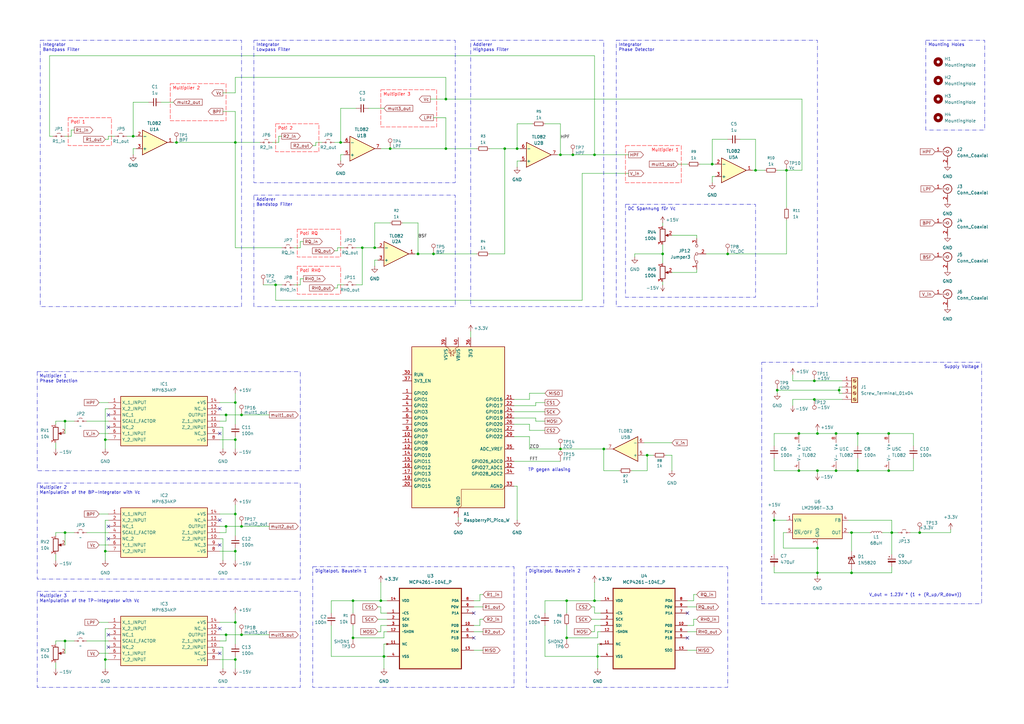
<source format=kicad_sch>
(kicad_sch (version 20250114) (generator "eeschema") (generator_version "9.0")
  (paper "A3")
  (text "TP gegen aliasing" (at 225.298 192.786 0) (effects (font (size 1.27 1.27))))
  (text "*Mehr TP überall/ Jumper\n*Vier DigitalPots für die vier widerstände\n*Überlegungen für ADC und VCO\n*RP muss hinzugefügt werden\n*3.3V Spannuungsversorgung für RP" (at -99.314 185.674 0) (effects (font (size 3 3)) (justify left top)))
  (text "V_out = 1.23V * (1 + (R_up/R_down))" (at 375.412 244.094 0) (effects (font (size 1.27 1.27))))
  (text_box "Poti 2\n\n" (at 113.03 50.8 0) (size 17.78 11.43) (margins 0.9525 0.9525 0.9525 0.9525) (stroke (width 0) (type dash) (color 255 0 7 1)) (effects (font (size 1.27 1.27)) (justify left top)))
  (text_box "Supply Voltage" (exclude_from_sim yes) (at 312.42 148.59 0) (size 90.17 99.06) (margins 0.9525 0.9525 0.9525 0.9525) (stroke (width 0) (type dash_dot)) (effects (font (size 1.27 1.27)) (justify right top)))
  (text_box "Digitalpot. Baustein 1" (at 128.27 232.41 0) (size 82.55 49.53) (margins 0.9525 0.9525 0.9525 0.9525) (stroke (width 0) (type dash_dot)) (effects (font (size 1.27 1.27)) (justify left top)))
  (text_box "Poti RH0\n\n\n" (at 121.92 109.22 0) (size 17.78 11.43) (margins 0.9525 0.9525 0.9525 0.9525) (stroke (width 0) (type dash) (color 255 0 7 1)) (effects (font (size 1.27 1.27)) (justify left top)))
  (text_box "Multiplier 2\n\n" (at 69.85 34.29 0) (size 22.86 15.24) (margins 0.9525 0.9525 0.9525 0.9525) (stroke (width 0) (type dash) (color 255 0 7 1)) (effects (font (size 1.27 1.27)) (justify left top)))
  (text_box "Multiplier 2\nManipulation of the BP-Integrator with Vc" (exclude_from_sim yes) (at 15.24 198.12 0) (size 107.95 39.37) (margins 0.9525 0.9525 0.9525 0.9525) (stroke (width 0) (type dash_dot)) (effects (font (size 1.27 1.27)) (justify left top)))
  (text_box "Multiplier 1\nPhase Detection" (exclude_from_sim yes) (at 15.24 152.4 0) (size 107.95 40.64) (margins 0.9525 0.9525 0.9525 0.9525) (stroke (width 0) (type dash_dot)) (effects (font (size 1.27 1.27)) (justify left top)))
  (text_box "Mounting Holes" (exclude_from_sim yes) (at 379.73 16.51 0) (size 24.13 36.83) (margins 0.9525 0.9525 0.9525 0.9525) (stroke (width 0) (type dash_dot)) (effects (font (size 1.27 1.27)) (justify left top)))
  (text_box "Poti 1\n\n" (at 27.94 48.26 0) (size 17.78 11.43) (margins 0.9525 0.9525 0.9525 0.9525) (stroke (width 0) (type dash) (color 255 0 7 1)) (effects (font (size 1.27 1.27)) (justify left top)))
  (text_box "Multiplier 3\nManipulation of the TP-Integrator with Vc" (exclude_from_sim yes) (at 15.24 242.57 0) (size 107.95 39.37) (margins 0.9525 0.9525 0.9525 0.9525) (stroke (width 0) (type dash_dot)) (effects (font (size 1.27 1.27)) (justify left top)))
  (text_box "Digitalpot. Baustein 2" (at 215.9 232.41 0) (size 82.55 49.53) (margins 0.9525 0.9525 0.9525 0.9525) (stroke (width 0) (type dash_dot)) (effects (font (size 1.27 1.27)) (justify left top)))
  (text_box "Addierer\nHighpass Filter" (exclude_from_sim yes) (at 193.04 16.51 0) (size 54.61 109.22) (margins 0.9525 0.9525 0.9525 0.9525) (stroke (width 0) (type dash_dot)) (effects (font (size 1.27 1.27)) (justify left top)))
  (text_box "Integrator\nBandpass Filter" (exclude_from_sim yes) (at 16.51 16.51 0) (size 82.55 109.22) (margins 0.9525 0.9525 0.9525 0.9525) (stroke (width 0) (type dash_dot)) (effects (font (size 1.27 1.27)) (justify left top)))
  (text_box "DC Spannung für Vc " (exclude_from_sim yes) (at 256.54 83.82 0) (size 53.34 38.1) (margins 0.9525 0.9525 0.9525 0.9525) (stroke (width 0) (type dash_dot)) (effects (font (size 1.27 1.27)) (justify left top)))
  (text_box "Multiplier 3\n\n" (at 156.21 36.83 0) (size 22.86 15.24) (margins 0.9525 0.9525 0.9525 0.9525) (stroke (width 0) (type dash) (color 255 0 7 1)) (effects (font (size 1.27 1.27)) (justify left top)))
  (text_box "Multiplier 1\n" (at 256.54 59.69 0) (size 22.86 15.24) (margins 0.9525 0.9525 0.9525 0.9525) (stroke (width 0) (type dash) (color 255 0 7 1)) (effects (font (size 1.27 1.27)) (justify right top)))
  (text_box "Addierer\nBandstop Filter" (exclude_from_sim yes) (at 104.14 80.01 0) (size 82.55 45.72) (margins 0.9525 0.9525 0.9525 0.9525) (stroke (width 0) (type dash_dot)) (effects (font (size 1.27 1.27)) (justify left top)))
  (text_box "Integrator\nLowpass Filter" (exclude_from_sim yes) (at 104.14 16.51 0) (size 82.55 58.42) (margins 0.9525 0.9525 0.9525 0.9525) (stroke (width 0) (type dash_dot)) (effects (font (size 1.27 1.27)) (justify left top)))
  (text_box "Poti RQ\n\n\n" (at 121.92 93.98 0) (size 17.78 11.43) (margins 0.9525 0.9525 0.9525 0.9525) (stroke (width 0) (type dash) (color 255 0 7 1)) (effects (font (size 1.27 1.27)) (justify left top)))
  (text_box "Integrator\nPhase Detector" (exclude_from_sim yes) (at 252.73 16.51 0) (size 82.55 109.22) (margins 0.9525 0.9525 0.9525 0.9525) (stroke (width 0) (type dash_dot)) (effects (font (size 1.27 1.27)) (justify left top)))
  (junction (at 99.06 170.18))
  (junction (at 160.02 60.96))
  (junction (at 212.09 60.96))
  (junction (at 335.28 193.04))
  (junction (at 334.01 163.83))
  (junction (at 96.52 270.51))
  (junction (at 96.52 165.1))
  (junction (at 26.67 218.44))
  (junction (at 182.88 40.64))
  (junction (at 96.52 255.27))
  (junction (at 234.95 63.5))
  (junction (at 377.19 218.44))
  (junction (at 96.52 226.06))
  (junction (at 182.88 60.96))
  (junction (at 335.28 224.79))
  (junction (at 247.65 184.15))
  (junction (at 139.7 58.42))
  (junction (at 349.25 218.44))
  (junction (at 342.9 193.04))
  (junction (at 232.41 261.62))
  (junction (at 99.06 260.35))
  (junction (at 157.48 269.24))
  (junction (at 232.41 246.38))
  (junction (at 113.03 116.84))
  (junction (at 96.52 180.34))
  (junction (at 207.01 60.96))
  (junction (at 327.66 177.8))
  (junction (at 72.39 58.42))
  (junction (at 309.88 69.85))
  (junction (at 54.61 55.88))
  (junction (at 92.71 215.9))
  (junction (at 43.18 270.51))
  (junction (at 229.87 184.15))
  (junction (at 322.58 69.85))
  (junction (at 153.67 101.6))
  (junction (at 43.18 180.34))
  (junction (at 96.52 210.82))
  (junction (at 334.01 156.21))
  (junction (at 229.87 63.5))
  (junction (at 342.9 177.8))
  (junction (at 364.49 193.04))
  (junction (at 144.78 261.62))
  (junction (at 99.06 215.9))
  (junction (at 26.67 262.89))
  (junction (at 243.84 63.5))
  (junction (at 271.78 104.14))
  (junction (at 92.71 170.18))
  (junction (at 335.28 177.8))
  (junction (at 96.52 58.42))
  (junction (at 265.43 186.69))
  (junction (at 26.67 172.72))
  (junction (at 318.77 160.02))
  (junction (at 156.21 246.38))
  (junction (at 364.49 177.8))
  (junction (at 349.25 234.95))
  (junction (at 365.76 218.44))
  (junction (at 351.79 177.8))
  (junction (at 344.17 160.02))
  (junction (at 351.79 193.04))
  (junction (at 243.84 246.38))
  (junction (at 144.78 246.38))
  (junction (at 245.11 269.24))
  (junction (at 148.59 101.6))
  (junction (at 335.28 234.95))
  (junction (at 298.45 104.14))
  (junction (at 292.1 67.31))
  (junction (at 327.66 193.04))
  (junction (at 171.45 104.14))
  (junction (at 92.71 260.35))
  (junction (at 43.18 226.06))
  (junction (at 177.8 104.14))
  (junction (at 317.5 213.36))
  (no_connect (at 44.45 260.35))
  (no_connect (at 90.17 257.81))
  (no_connect (at 90.17 267.97))
  (no_connect (at 44.45 175.26))
  (no_connect (at 44.45 265.43))
  (no_connect (at 194.31 251.46))
  (no_connect (at 194.31 261.62))
  (no_connect (at 90.17 223.52))
  (no_connect (at 44.45 220.98))
  (no_connect (at 90.17 177.8))
  (no_connect (at 44.45 170.18))
  (no_connect (at 281.94 251.46))
  (no_connect (at 90.17 167.64))
  (no_connect (at 281.94 261.62))
  (no_connect (at 90.17 213.36))
  (no_connect (at 44.45 215.9))
  (wire (pts (xy 373.38 218.44) (xy 377.19 218.44)))
  (wire (pts (xy 229.87 184.15) (xy 247.65 184.15)))
  (wire (pts (xy 90.17 220.98) (xy 91.44 220.98)))
  (wire (pts (xy 157.48 261.62) (xy 157.48 259.08)))
  (wire (pts (xy 212.09 199.39) (xy 212.09 213.36)))
  (wire (pts (xy 171.45 104.14) (xy 171.45 91.44)))
  (wire (pts (xy 212.09 60.96) (xy 213.36 60.96)))
  (wire (pts (xy 29.21 53.34) (xy 30.48 53.34)))
  (wire (pts (xy 198.12 254) (xy 196.85 254)))
  (wire (pts (xy 317.5 177.8) (xy 317.5 182.88)))
  (wire (pts (xy 146.05 116.84) (xy 148.59 116.84)))
  (wire (pts (xy 135.89 251.46) (xy 135.89 246.38)))
  (wire (pts (xy 154.94 254) (xy 158.75 254)))
  (wire (pts (xy 113.03 116.84) (xy 115.57 116.84)))
  (wire (pts (xy 40.64 255.27) (xy 44.45 255.27)))
  (wire (pts (xy 135.89 246.38) (xy 144.78 246.38)))
  (wire (pts (xy 219.71 166.37) (xy 210.82 166.37)))
  (wire (pts (xy 271.78 92.71) (xy 271.78 91.44)))
  (wire (pts (xy 146.05 101.6) (xy 148.59 101.6)))
  (wire (pts (xy 26.67 218.44) (xy 22.86 218.44)))
  (wire (pts (xy 365.76 218.44) (xy 368.3 218.44)))
  (wire (pts (xy 148.59 116.84) (xy 148.59 101.6)))
  (wire (pts (xy 156.21 251.46) (xy 158.75 251.46)))
  (wire (pts (xy 26.67 172.72) (xy 26.67 177.8)))
  (wire (pts (xy 318.77 69.85) (xy 322.58 69.85)))
  (wire (pts (xy 344.17 160.02) (xy 318.77 160.02)))
  (wire (pts (xy 96.52 101.6) (xy 96.52 58.42)))
  (wire (pts (xy 22.86 219.71) (xy 22.86 218.44)))
  (wire (pts (xy 193.04 135.89) (xy 193.04 138.43)))
  (wire (pts (xy 345.44 158.75) (xy 344.17 158.75)))
  (wire (pts (xy 365.76 213.36) (xy 365.76 218.44)))
  (wire (pts (xy 325.12 156.21) (xy 334.01 156.21)))
  (wire (pts (xy 22.86 264.16) (xy 22.86 262.89)))
  (wire (pts (xy 90.17 260.35) (xy 92.71 260.35)))
  (wire (pts (xy 44.45 55.88) (xy 46.99 55.88)))
  (wire (pts (xy 153.67 106.68) (xy 153.67 109.22)))
  (wire (pts (xy 328.93 40.64) (xy 328.93 69.85)))
  (wire (pts (xy 309.88 57.15) (xy 309.88 69.85)))
  (wire (pts (xy 243.84 238.76) (xy 243.84 246.38)))
  (wire (pts (xy 275.59 111.76) (xy 285.75 111.76)))
  (wire (pts (xy 139.7 44.45) (xy 146.05 44.45)))
  (wire (pts (xy 135.89 269.24) (xy 157.48 269.24)))
  (wire (pts (xy 254 193.04) (xy 247.65 193.04)))
  (wire (pts (xy 153.67 101.6) (xy 154.94 101.6)))
  (wire (pts (xy 157.48 259.08) (xy 158.75 259.08)))
  (wire (pts (xy 210.82 199.39) (xy 212.09 199.39)))
  (wire (pts (xy 71.12 58.42) (xy 72.39 58.42)))
  (wire (pts (xy 114.3 55.88) (xy 115.57 55.88)))
  (wire (pts (xy 234.95 63.5) (xy 243.84 63.5)))
  (wire (pts (xy 96.52 165.1) (xy 90.17 165.1)))
  (wire (pts (xy 43.18 167.64) (xy 43.18 180.34)))
  (wire (pts (xy 29.21 53.34) (xy 29.21 55.88)))
  (wire (pts (xy 219.71 171.45) (xy 210.82 171.45)))
  (wire (pts (xy 182.88 60.96) (xy 195.58 60.96)))
  (wire (pts (xy 35.56 172.72) (xy 44.45 172.72)))
  (wire (pts (xy 158.75 246.38) (xy 156.21 246.38)))
  (wire (pts (xy 26.67 262.89) (xy 30.48 262.89)))
  (wire (pts (xy 260.35 104.14) (xy 260.35 105.41)))
  (wire (pts (xy 217.17 176.53) (xy 217.17 173.99)))
  (wire (pts (xy 218.44 50.8) (xy 212.09 50.8)))
  (wire (pts (xy 96.52 180.34) (xy 90.17 180.34)))
  (wire (pts (xy 243.84 259.08) (xy 243.84 256.54)))
  (wire (pts (xy 194.31 259.08) (xy 198.12 259.08)))
  (wire (pts (xy 120.65 101.6) (xy 123.19 101.6)))
  (wire (pts (xy 96.52 229.87) (xy 96.52 226.06)))
  (wire (pts (xy 223.52 50.8) (xy 229.87 50.8)))
  (wire (pts (xy 217.17 184.15) (xy 229.87 184.15)))
  (wire (pts (xy 292.1 74.93) (xy 292.1 72.39)))
  (wire (pts (xy 223.52 165.1) (xy 219.71 165.1)))
  (wire (pts (xy 154.94 259.08) (xy 156.21 259.08)))
  (wire (pts (xy 243.84 63.5) (xy 243.84 22.86)))
  (wire (pts (xy 96.52 165.1) (xy 96.52 173.99)))
  (wire (pts (xy 99.06 260.35) (xy 110.49 260.35)))
  (wire (pts (xy 96.52 184.15) (xy 96.52 180.34)))
  (wire (pts (xy 265.43 193.04) (xy 265.43 186.69)))
  (wire (pts (xy 284.48 256.54) (xy 281.94 256.54)))
  (wire (pts (xy 223.52 176.53) (xy 217.17 176.53)))
  (wire (pts (xy 335.28 177.8) (xy 327.66 177.8)))
  (wire (pts (xy 389.89 218.44) (xy 389.89 217.17)))
  (wire (pts (xy 160.02 60.96) (xy 182.88 60.96)))
  (wire (pts (xy 292.1 72.39) (xy 293.37 72.39)))
  (wire (pts (xy 194.31 248.92) (xy 198.12 248.92)))
  (wire (pts (xy 349.25 218.44) (xy 356.87 218.44)))
  (wire (pts (xy 91.44 38.1) (xy 96.52 38.1)))
  (wire (pts (xy 153.67 91.44) (xy 160.02 91.44)))
  (wire (pts (xy 54.61 41.91) (xy 54.61 55.88)))
  (wire (pts (xy 292.1 57.15) (xy 292.1 67.31)))
  (wire (pts (xy 54.61 60.96) (xy 55.88 60.96)))
  (wire (pts (xy 96.52 161.29) (xy 96.52 165.1)))
  (wire (pts (xy 328.93 40.64) (xy 182.88 40.64)))
  (wire (pts (xy 52.07 55.88) (xy 54.61 55.88)))
  (wire (pts (xy 20.32 55.88) (xy 21.59 55.88)))
  (wire (pts (xy 325.12 166.37) (xy 325.12 163.83)))
  (wire (pts (xy 317.5 213.36) (xy 317.5 227.33)))
  (wire (pts (xy 238.76 71.12) (xy 238.76 123.19)))
  (wire (pts (xy 322.58 218.44) (xy 321.31 218.44)))
  (wire (pts (xy 29.21 55.88) (xy 26.67 55.88)))
  (wire (pts (xy 334.01 156.21) (xy 345.44 156.21)))
  (wire (pts (xy 137.16 102.87) (xy 138.43 102.87)))
  (wire (pts (xy 219.71 172.72) (xy 219.71 171.45)))
  (wire (pts (xy 229.87 63.5) (xy 234.95 63.5)))
  (wire (pts (xy 44.45 257.81) (xy 43.18 257.81)))
  (wire (pts (xy 322.58 69.85) (xy 322.58 85.09)))
  (wire (pts (xy 361.95 218.44) (xy 365.76 218.44)))
  (wire (pts (xy 322.58 90.17) (xy 322.58 104.14)))
  (wire (pts (xy 157.48 264.16) (xy 157.48 269.24)))
  (wire (pts (xy 107.95 116.84) (xy 113.03 116.84)))
  (wire (pts (xy 158.75 264.16) (xy 157.48 264.16)))
  (wire (pts (xy 96.52 210.82) (xy 90.17 210.82)))
  (wire (pts (xy 284.48 246.38) (xy 281.94 246.38)))
  (wire (pts (xy 26.67 218.44) (xy 26.67 223.52)))
  (wire (pts (xy 325.12 163.83) (xy 334.01 163.83)))
  (wire (pts (xy 317.5 234.95) (xy 335.28 234.95)))
  (wire (pts (xy 96.52 224.79) (xy 96.52 226.06)))
  (wire (pts (xy 137.16 58.42) (xy 139.7 58.42)))
  (wire (pts (xy 99.06 170.18) (xy 110.49 170.18)))
  (wire (pts (xy 157.48 261.62) (xy 144.78 261.62)))
  (wire (pts (xy 298.45 104.14) (xy 322.58 104.14)))
  (wire (pts (xy 374.65 177.8) (xy 374.65 182.88)))
  (wire (pts (xy 182.88 31.75) (xy 182.88 40.64)))
  (wire (pts (xy 123.19 114.3) (xy 124.46 114.3)))
  (wire (pts (xy 259.08 193.04) (xy 265.43 193.04)))
  (wire (pts (xy 242.57 259.08) (xy 243.84 259.08)))
  (wire (pts (xy 335.28 194.31) (xy 335.28 193.04)))
  (wire (pts (xy 129.54 58.42) (xy 132.08 58.42)))
  (wire (pts (xy 26.67 262.89) (xy 26.67 267.97)))
  (wire (pts (xy 144.78 256.54) (xy 144.78 261.62)))
  (wire (pts (xy 210.82 189.23) (xy 229.87 189.23)))
  (wire (pts (xy 285.75 254) (xy 284.48 254)))
  (wire (pts (xy 347.98 218.44) (xy 349.25 218.44)))
  (wire (pts (xy 96.52 31.75) (xy 182.88 31.75)))
  (wire (pts (xy 72.39 58.42) (xy 96.52 58.42)))
  (wire (pts (xy 245.11 259.08) (xy 246.38 259.08)))
  (wire (pts (xy 177.8 48.26) (xy 182.88 48.26)))
  (wire (pts (xy 35.56 262.89) (xy 44.45 262.89)))
  (wire (pts (xy 171.45 104.14) (xy 177.8 104.14)))
  (wire (pts (xy 196.85 243.84) (xy 196.85 246.38)))
  (wire (pts (xy 99.06 215.9) (xy 110.49 215.9)))
  (wire (pts (xy 351.79 193.04) (xy 364.49 193.04)))
  (wire (pts (xy 322.58 69.85) (xy 328.93 69.85)))
  (wire (pts (xy 281.94 248.92) (xy 285.75 248.92)))
  (wire (pts (xy 223.52 246.38) (xy 232.41 246.38)))
  (wire (pts (xy 257.81 71.12) (xy 238.76 71.12)))
  (wire (pts (xy 43.18 226.06) (xy 44.45 226.06)))
  (wire (pts (xy 217.17 161.29) (xy 223.52 161.29)))
  (wire (pts (xy 232.41 246.38) (xy 243.84 246.38)))
  (wire (pts (xy 344.17 161.29) (xy 344.17 160.02)))
  (wire (pts (xy 96.52 38.1) (xy 96.52 31.75)))
  (wire (pts (xy 309.88 69.85) (xy 313.69 69.85)))
  (wire (pts (xy 271.78 115.57) (xy 271.78 116.84)))
  (wire (pts (xy 96.52 226.06) (xy 90.17 226.06)))
  (wire (pts (xy 43.18 180.34) (xy 44.45 180.34)))
  (wire (pts (xy 91.44 175.26) (xy 91.44 184.15)))
  (wire (pts (xy 219.71 172.72) (xy 223.52 172.72)))
  (wire (pts (xy 245.11 261.62) (xy 232.41 261.62)))
  (wire (pts (xy 364.49 177.8) (xy 374.65 177.8)))
  (wire (pts (xy 157.48 274.32) (xy 157.48 269.24)))
  (wire (pts (xy 335.28 177.8) (xy 342.9 177.8)))
  (wire (pts (xy 92.71 170.18) (xy 99.06 170.18)))
  (wire (pts (xy 40.64 267.97) (xy 44.45 267.97)))
  (wire (pts (xy 139.7 66.04) (xy 139.7 63.5)))
  (wire (pts (xy 139.7 63.5) (xy 140.97 63.5)))
  (wire (pts (xy 138.43 102.87) (xy 138.43 101.6)))
  (wire (pts (xy 351.79 177.8) (xy 364.49 177.8)))
  (wire (pts (xy 223.52 269.24) (xy 245.11 269.24)))
  (wire (pts (xy 138.43 118.11) (xy 138.43 116.84)))
  (wire (pts (xy 334.01 163.83) (xy 345.44 163.83)))
  (wire (pts (xy 135.89 256.54) (xy 135.89 269.24)))
  (wire (pts (xy 245.11 261.62) (xy 245.11 259.08)))
  (wire (pts (xy 96.52 179.07) (xy 96.52 180.34)))
  (wire (pts (xy 242.57 254) (xy 246.38 254)))
  (wire (pts (xy 247.65 193.04) (xy 247.65 184.15)))
  (wire (pts (xy 243.84 251.46) (xy 246.38 251.46)))
  (wire (pts (xy 165.1 91.44) (xy 171.45 91.44)))
  (wire (pts (xy 66.04 41.91) (xy 71.12 41.91)))
  (wire (pts (xy 281.94 266.7) (xy 285.75 266.7)))
  (wire (pts (xy 40.64 177.8) (xy 44.45 177.8)))
  (wire (pts (xy 91.44 45.72) (xy 96.52 45.72)))
  (wire (pts (xy 139.7 58.42) (xy 140.97 58.42)))
  (wire (pts (xy 91.44 265.43) (xy 91.44 274.32)))
  (wire (pts (xy 210.82 179.07) (xy 217.17 179.07)))
  (wire (pts (xy 344.17 161.29) (xy 345.44 161.29)))
  (wire (pts (xy 335.28 234.95) (xy 349.25 234.95)))
  (wire (pts (xy 20.32 22.86) (xy 20.32 55.88)))
  (wire (pts (xy 43.18 257.81) (xy 43.18 270.51)))
  (wire (pts (xy 138.43 116.84) (xy 140.97 116.84)))
  (wire (pts (xy 26.67 218.44) (xy 30.48 218.44)))
  (wire (pts (xy 317.5 213.36) (xy 322.58 213.36)))
  (wire (pts (xy 96.52 210.82) (xy 96.52 219.71)))
  (wire (pts (xy 123.19 99.06) (xy 124.46 99.06)))
  (wire (pts (xy 144.78 246.38) (xy 144.78 251.46)))
  (wire (pts (xy 96.52 255.27) (xy 90.17 255.27)))
  (wire (pts (xy 212.09 66.04) (xy 213.36 66.04)))
  (wire (pts (xy 246.38 264.16) (xy 245.11 264.16)))
  (wire (pts (xy 217.17 179.07) (xy 217.17 184.15)))
  (wire (pts (xy 43.18 213.36) (xy 43.18 226.06)))
  (wire (pts (xy 308.61 69.85) (xy 309.88 69.85)))
  (wire (pts (xy 96.52 274.32) (xy 96.52 270.51)))
  (wire (pts (xy 212.09 50.8) (xy 212.09 60.96)))
  (wire (pts (xy 289.56 104.14) (xy 298.45 104.14)))
  (wire (pts (xy 335.28 193.04) (xy 342.9 193.04)))
  (wire (pts (xy 54.61 55.88) (xy 55.88 55.88)))
  (wire (pts (xy 243.84 63.5) (xy 257.81 63.5)))
  (wire (pts (xy 196.85 254) (xy 196.85 256.54)))
  (wire (pts (xy 317.5 232.41) (xy 317.5 234.95)))
  (wire (pts (xy 223.52 256.54) (xy 223.52 269.24)))
  (wire (pts (xy 156.21 60.96) (xy 160.02 60.96)))
  (wire (pts (xy 278.13 67.31) (xy 281.94 67.31)))
  (wire (pts (xy 139.7 44.45) (xy 139.7 58.42)))
  (wire (pts (xy 210.82 168.91) (xy 223.52 168.91)))
  (wire (pts (xy 207.01 104.14) (xy 200.66 104.14)))
  (wire (pts (xy 156.21 256.54) (xy 158.75 256.54)))
  (wire (pts (xy 96.52 269.24) (xy 96.52 270.51)))
  (wire (pts (xy 92.71 172.72) (xy 92.71 170.18)))
  (wire (pts (xy 317.5 177.8) (xy 327.66 177.8)))
  (wire (pts (xy 157.48 269.24) (xy 158.75 269.24)))
  (wire (pts (xy 194.31 266.7) (xy 198.12 266.7)))
  (wire (pts (xy 318.77 160.02) (xy 318.77 161.29)))
  (wire (pts (xy 349.25 233.68) (xy 349.25 234.95)))
  (wire (pts (xy 374.65 187.96) (xy 374.65 193.04)))
  (wire (pts (xy 264.16 181.61) (xy 275.59 181.61)))
  (wire (pts (xy 40.64 210.82) (xy 44.45 210.82)))
  (wire (pts (xy 90.17 218.44) (xy 92.71 218.44)))
  (wire (pts (xy 156.21 248.92) (xy 156.21 251.46)))
  (wire (pts (xy 114.3 55.88) (xy 114.3 58.42)))
  (wire (pts (xy 245.11 274.32) (xy 245.11 269.24)))
  (wire (pts (xy 285.75 96.52) (xy 285.75 97.79)))
  (wire (pts (xy 232.41 256.54) (xy 232.41 261.62)))
  (wire (pts (xy 43.18 270.51) (xy 44.45 270.51)))
  (wire (pts (xy 137.16 118.11) (xy 138.43 118.11)))
  (wire (pts (xy 292.1 57.15) (xy 298.45 57.15)))
  (wire (pts (xy 44.45 57.15) (xy 44.45 55.88)))
  (wire (pts (xy 90.17 170.18) (xy 92.71 170.18)))
  (wire (pts (xy 90.17 175.26) (xy 91.44 175.26)))
  (wire (pts (xy 96.52 251.46) (xy 96.52 255.27)))
  (wire (pts (xy 96.52 58.42) (xy 106.68 58.42)))
  (wire (pts (xy 275.59 186.69) (xy 273.05 186.69)))
  (wire (pts (xy 92.71 215.9) (xy 99.06 215.9)))
  (wire (pts (xy 238.76 123.19) (xy 113.03 123.19)))
  (wire (pts (xy 40.64 165.1) (xy 44.45 165.1)))
  (wire (pts (xy 96.52 101.6) (xy 115.57 101.6)))
  (wire (pts (xy 292.1 67.31) (xy 293.37 67.31)))
  (wire (pts (xy 90.17 172.72) (xy 92.71 172.72)))
  (wire (pts (xy 245.11 269.24) (xy 246.38 269.24)))
  (wire (pts (xy 303.53 57.15) (xy 309.88 57.15)))
  (wire (pts (xy 123.19 99.06) (xy 123.19 101.6)))
  (wire (pts (xy 96.52 255.27) (xy 96.52 264.16)))
  (wire (pts (xy 26.67 172.72) (xy 22.86 172.72)))
  (wire (pts (xy 207.01 60.96) (xy 212.09 60.96)))
  (wire (pts (xy 151.13 44.45) (xy 157.48 44.45)))
  (wire (pts (xy 44.45 213.36) (xy 43.18 213.36)))
  (wire (pts (xy 212.09 68.58) (xy 212.09 66.04)))
  (wire (pts (xy 43.18 180.34) (xy 43.18 184.15)))
  (wire (pts (xy 287.02 67.31) (xy 292.1 67.31)))
  (wire (pts (xy 196.85 256.54) (xy 194.31 256.54)))
  (wire (pts (xy 90.17 215.9) (xy 92.71 215.9)))
  (wire (pts (xy 177.8 104.14) (xy 195.58 104.14)))
  (wire (pts (xy 281.94 259.08) (xy 285.75 259.08)))
  (wire (pts (xy 35.56 218.44) (xy 44.45 218.44)))
  (wire (pts (xy 22.86 181.61) (xy 22.86 184.15)))
  (wire (pts (xy 271.78 104.14) (xy 271.78 100.33)))
  (wire (pts (xy 243.84 248.92) (xy 243.84 251.46)))
  (wire (pts (xy 344.17 158.75) (xy 344.17 160.02)))
  (wire (pts (xy 327.66 193.04) (xy 335.28 193.04)))
  (wire (pts (xy 120.65 116.84) (xy 123.19 116.84)))
  (wire (pts (xy 92.71 262.89) (xy 92.71 260.35)))
  (wire (pts (xy 96.52 270.51) (xy 90.17 270.51)))
  (wire (pts (xy 246.38 246.38) (xy 243.84 246.38)))
  (wire (pts (xy 90.17 262.89) (xy 92.71 262.89)))
  (wire (pts (xy 219.71 165.1) (xy 219.71 166.37)))
  (wire (pts (xy 377.19 218.44) (xy 389.89 218.44)))
  (wire (pts (xy 351.79 177.8) (xy 351.79 182.88)))
  (wire (pts (xy 284.48 254) (xy 284.48 256.54)))
  (wire (pts (xy 96.52 45.72) (xy 96.52 58.42)))
  (wire (pts (xy 271.78 104.14) (xy 271.78 107.95)))
  (wire (pts (xy 91.44 220.98) (xy 91.44 229.87)))
  (wire (pts (xy 260.35 104.14) (xy 271.78 104.14)))
  (wire (pts (xy 217.17 173.99) (xy 210.82 173.99)))
  (wire (pts (xy 267.97 186.69) (xy 265.43 186.69)))
  (wire (pts (xy 26.67 172.72) (xy 30.48 172.72)))
  (wire (pts (xy 317.5 193.04) (xy 327.66 193.04)))
  (wire (pts (xy 242.57 248.92) (xy 243.84 248.92)))
  (wire (pts (xy 43.18 270.51) (xy 43.18 274.32)))
  (wire (pts (xy 275.59 193.04) (xy 275.59 186.69)))
  (wire (pts (xy 171.45 104.14) (xy 170.18 104.14)))
  (wire (pts (xy 154.94 248.92) (xy 156.21 248.92)))
  (wire (pts (xy 347.98 213.36) (xy 365.76 213.36)))
  (wire (pts (xy 335.28 223.52) (xy 335.28 224.79)))
  (wire (pts (xy 96.52 207.01) (xy 96.52 210.82)))
  (wire (pts (xy 200.66 60.96) (xy 207.01 60.96)))
  (wire (pts (xy 351.79 193.04) (xy 342.9 193.04)))
  (wire (pts (xy 111.76 58.42) (xy 114.3 58.42)))
  (wire (pts (xy 349.25 218.44) (xy 349.25 226.06)))
  (wire (pts (xy 229.87 63.5) (xy 228.6 63.5)))
  (wire (pts (xy 265.43 186.69) (xy 264.16 186.69)))
  (wire (pts (xy 44.45 167.64) (xy 43.18 167.64)))
  (wire (pts (xy 196.85 246.38) (xy 194.31 246.38)))
  (wire (pts (xy 92.71 260.35) (xy 99.06 260.35)))
  (wire (pts (xy 284.48 243.84) (xy 284.48 246.38)))
  (wire (pts (xy 182.88 48.26) (xy 182.88 60.96)))
  (wire (pts (xy 40.64 223.52) (xy 44.45 223.52)))
  (wire (pts (xy 138.43 101.6) (xy 140.97 101.6)))
  (wire (pts (xy 207.01 104.14) (xy 207.01 60.96)))
  (wire (pts (xy 113.03 123.19) (xy 113.03 116.84)))
  (wire (pts (xy 243.84 22.86) (xy 20.32 22.86)))
  (wire (pts (xy 217.17 163.83) (xy 210.82 163.83)))
  (wire (pts (xy 54.61 63.5) (xy 54.61 60.96)))
  (wire (pts (xy 43.18 226.06) (xy 43.18 229.87)))
  (wire (pts (xy 156.21 238.76) (xy 156.21 246.38)))
  (wire (pts (xy 365.76 232.41) (xy 365.76 234.95)))
  (wire (pts (xy 22.86 271.78) (xy 22.86 274.32)))
  (wire (pts (xy 217.17 161.29) (xy 217.17 163.83)))
  (wire (pts (xy 187.96 212.09) (xy 187.96 213.36)))
  (wire (pts (xy 232.41 246.38) (xy 232.41 251.46)))
  (wire (pts (xy 317.5 187.96) (xy 317.5 193.04)))
  (wire (pts (xy 275.59 96.52) (xy 285.75 96.52)))
  (wire (pts (xy 317.5 212.09) (xy 317.5 213.36)))
  (wire (pts (xy 229.87 50.8) (xy 229.87 63.5)))
  (wire (pts (xy 223.52 251.46) (xy 223.52 246.38)))
  (wire (pts (xy 325.12 153.67) (xy 325.12 156.21)))
  (wire (pts (xy 243.84 256.54) (xy 246.38 256.54)))
  (wire (pts (xy 247.65 184.15) (xy 248.92 184.15)))
  (wire (pts (xy 26.67 262.89) (xy 22.86 262.89)))
  (wire (pts (xy 54.61 41.91) (xy 60.96 41.91)))
  (wire (pts (xy 22.86 173.99) (xy 22.86 172.72)))
  (wire (pts (xy 90.17 265.43) (xy 91.44 265.43)))
  (wire (pts (xy 153.67 91.44) (xy 153.67 101.6)))
  (wire (pts (xy 128.27 59.69) (xy 129.54 59.69)))
  (wire (pts (xy 123.19 114.3) (xy 123.19 116.84)))
  (wire (pts (xy 22.86 227.33) (xy 22.86 229.87)))
  (wire (pts (xy 335.28 176.53) (xy 335.28 177.8)))
  (wire (pts (xy 321.31 224.79) (xy 335.28 224.79)))
  (wire (pts (xy 351.79 187.96) (xy 351.79 193.04)))
  (wire (pts (xy 92.71 218.44) (xy 92.71 215.9)))
  (wire (pts (xy 364.49 193.04) (xy 374.65 193.04)))
  (wire (pts (xy 154.94 106.68) (xy 153.67 106.68)))
  (wire (pts (xy 335.28 234.95) (xy 335.28 236.22)))
  (wire (pts (xy 335.28 224.79) (xy 335.28 234.95)))
  (wire (pts (xy 285.75 243.84) (xy 284.48 243.84)))
  (wire (pts (xy 321.31 218.44) (xy 321.31 224.79)))
  (wire (pts (xy 43.18 57.15) (xy 44.45 57.15)))
  (wire (pts (xy 198.12 243.84) (xy 196.85 243.84)))
  (wire (pts (xy 349.25 234.95) (xy 365.76 234.95)))
  (wire (pts (xy 148.59 101.6) (xy 153.67 101.6)))
  (wire (pts (xy 156.21 259.08) (xy 156.21 256.54)))
  (wire (pts (xy 245.11 264.16) (xy 245.11 269.24)))
  (wire (pts (xy 129.54 59.69) (xy 129.54 58.42)))
  (wire (pts (xy 285.75 111.76) (xy 285.75 110.49)))
  (wire (pts (xy 182.88 40.64) (xy 176.53 40.64)))
  (wire (pts (xy 144.78 246.38) (xy 156.21 246.38)))
  (wire (pts (xy 342.9 177.8) (xy 351.79 177.8)))
  (wire (pts (xy 365.76 218.44) (xy 365.76 227.33)))
  (label "HPF" (at 229.87 57.15 0))
  (label "BSF" (at 171.45 97.79 0))
  (label "FFT" (at 217.17 189.23 0))
  (label "ZCD" (at 217.17 184.15 0))
  (global_label "R2_in" (shape output) (at 115.57 55.88 0) (property "Intersheetrefs" "${INTERSHEET_REFS}" (effects (hide yes))))
  (global_label "RQ_in" (shape input) (at 285.75 243.84 0) (property "Intersheetrefs" "${INTERSHEET_REFS}" (effects (hide yes))))
  (global_label "R2_in" (shape input) (at 198.12 254 0) (property "Intersheetrefs" "${INTERSHEET_REFS}" (effects (hide yes))))
  (global_label "Vc" (shape input) (at 40.64 223.52 180) (property "Intersheetrefs" "${INTERSHEET_REFS}" (effects (hide yes))))
  (global_label "HPF" (shape input) (at 383.54 62.23 180) (property "Intersheetrefs" "${INTERSHEET_REFS}" (effects (hide yes))))
  (global_label "RQ_out" (shape output) (at 285.75 248.92 0) (property "Intersheetrefs" "${INTERSHEET_REFS}" (effects (hide yes))))
  (global_label "HPF" (shape input) (at 40.64 165.1 180) (property "Intersheetrefs" "${INTERSHEET_REFS}" (effects (hide yes))))
  (global_label "R1_out" (shape output) (at 198.12 248.92 0) (property "Intersheetrefs" "${INTERSHEET_REFS}" (effects (hide yes))))
  (global_label "V_in" (shape input) (at 275.59 181.61 0) (property "Intersheetrefs" "${INTERSHEET_REFS}" (effects (hide yes))))
  (global_label "V_in" (shape input) (at 383.54 120.65 180) (property "Intersheetrefs" "${INTERSHEET_REFS}" (effects (hide yes))))
  (global_label "SCK" (shape output) (at 223.52 168.91 0) (property "Intersheetrefs" "${INTERSHEET_REFS}" (effects (hide yes))))
  (global_label "CS2" (shape input) (at 242.57 248.92 180) (property "Intersheetrefs" "${INTERSHEET_REFS}" (effects (hide yes))))
  (global_label "LPF" (shape output) (at 177.8 48.26 180) (property "Intersheetrefs" "${INTERSHEET_REFS}" (effects (hide yes))))
  (global_label "R1_in" (shape input) (at 198.12 243.84 0) (property "Intersheetrefs" "${INTERSHEET_REFS}" (effects (hide yes))))
  (global_label "RH0_out" (shape output) (at 285.75 259.08 0) (property "Intersheetrefs" "${INTERSHEET_REFS}" (effects (hide yes))))
  (global_label "mult2_out" (shape input) (at 71.12 41.91 0) (property "Intersheetrefs" "${INTERSHEET_REFS}" (effects (hide yes))))
  (global_label "mult2_out" (shape output) (at 110.49 215.9 0) (property "Intersheetrefs" "${INTERSHEET_REFS}" (effects (hide yes))))
  (global_label "V_in" (shape input) (at 40.64 177.8 180) (property "Intersheetrefs" "${INTERSHEET_REFS}" (effects (hide yes))))
  (global_label "RH0_in" (shape output) (at 124.46 114.3 0) (property "Intersheetrefs" "${INTERSHEET_REFS}" (effects (hide yes))))
  (global_label "RH0_in" (shape input) (at 285.75 254 0) (property "Intersheetrefs" "${INTERSHEET_REFS}" (effects (hide yes))))
  (global_label "HPF" (shape output) (at 257.81 63.5 0) (property "Intersheetrefs" "${INTERSHEET_REFS}" (effects (hide yes))))
  (global_label "CS1" (shape output) (at 223.52 165.1 0) (property "Intersheetrefs" "${INTERSHEET_REFS}" (effects (hide yes))))
  (global_label "mult3_out" (shape output) (at 110.49 260.35 0) (property "Intersheetrefs" "${INTERSHEET_REFS}" (effects (hide yes))))
  (global_label "R1_in" (shape output) (at 30.48 53.34 0) (property "Intersheetrefs" "${INTERSHEET_REFS}" (effects (hide yes))))
  (global_label "R2_out" (shape input) (at 128.27 59.69 180) (property "Intersheetrefs" "${INTERSHEET_REFS}" (effects (hide yes))))
  (global_label "LPF" (shape input) (at 40.64 255.27 180) (property "Intersheetrefs" "${INTERSHEET_REFS}" (effects (hide yes))))
  (global_label "BSF" (shape input) (at 383.54 105.41 180) (property "Intersheetrefs" "${INTERSHEET_REFS}" (effects (hide yes))))
  (global_label "BPF" (shape input) (at 383.54 91.44 180) (property "Intersheetrefs" "${INTERSHEET_REFS}" (effects (hide yes))))
  (global_label "MOSI" (shape output) (at 223.52 172.72 0) (property "Intersheetrefs" "${INTERSHEET_REFS}" (effects (hide yes))))
  (global_label "MISO" (shape output) (at 198.12 266.7 0) (property "Intersheetrefs" "${INTERSHEET_REFS}" (effects (hide yes))))
  (global_label "Vc" (shape output) (at 91.44 38.1 180) (property "Intersheetrefs" "${INTERSHEET_REFS}" (effects (hide yes))))
  (global_label "mult1_out" (shape input) (at 278.13 67.31 180) (property "Intersheetrefs" "${INTERSHEET_REFS}" (effects (hide yes))))
  (global_label "SCK" (shape input) (at 242.57 254 180) (property "Intersheetrefs" "${INTERSHEET_REFS}" (effects (hide yes))))
  (global_label "CS1" (shape input) (at 154.94 248.92 180) (property "Intersheetrefs" "${INTERSHEET_REFS}" (effects (hide yes))))
  (global_label "RH0_out" (shape input) (at 137.16 118.11 180) (property "Intersheetrefs" "${INTERSHEET_REFS}" (effects (hide yes))))
  (global_label "BPF" (shape input) (at 40.64 210.82 180) (property "Intersheetrefs" "${INTERSHEET_REFS}" (effects (hide yes))))
  (global_label "V_in" (shape output) (at 257.81 71.12 0) (property "Intersheetrefs" "${INTERSHEET_REFS}" (effects (hide yes))))
  (global_label "R1_out" (shape input) (at 43.18 57.15 180) (property "Intersheetrefs" "${INTERSHEET_REFS}" (effects (hide yes))))
  (global_label "CS2" (shape output) (at 223.52 176.53 0) (property "Intersheetrefs" "${INTERSHEET_REFS}" (effects (hide yes))))
  (global_label "R2_out" (shape output) (at 198.12 259.08 0) (property "Intersheetrefs" "${INTERSHEET_REFS}" (effects (hide yes))))
  (global_label "MOSI" (shape input) (at 242.57 259.08 180) (property "Intersheetrefs" "${INTERSHEET_REFS}" (effects (hide yes))))
  (global_label "LPF" (shape input) (at 383.54 77.47 180) (property "Intersheetrefs" "${INTERSHEET_REFS}" (effects (hide yes))))
  (global_label "MISO" (shape input) (at 223.52 161.29 0) (property "Intersheetrefs" "${INTERSHEET_REFS}" (effects (hide yes))))
  (global_label "SCK" (shape input) (at 154.94 254 180) (property "Intersheetrefs" "${INTERSHEET_REFS}" (effects (hide yes))))
  (global_label "RQ_in" (shape output) (at 124.46 99.06 0) (property "Intersheetrefs" "${INTERSHEET_REFS}" (effects (hide yes))))
  (global_label "mult1_out" (shape output) (at 110.49 170.18 0) (property "Intersheetrefs" "${INTERSHEET_REFS}" (effects (hide yes))))
  (global_label "BPF" (shape output) (at 91.44 45.72 180) (property "Intersheetrefs" "${INTERSHEET_REFS}" (effects (hide yes))))
  (global_label "MISO" (shape output) (at 285.75 266.7 0) (property "Intersheetrefs" "${INTERSHEET_REFS}" (effects (hide yes))))
  (global_label "Vc" (shape output) (at 176.53 40.64 180) (property "Intersheetrefs" "${INTERSHEET_REFS}" (effects (hide yes))))
  (global_label "RQ_out" (shape input) (at 137.16 102.87 180) (property "Intersheetrefs" "${INTERSHEET_REFS}" (effects (hide yes))))
  (global_label "mult3_out" (shape input) (at 157.48 44.45 0) (property "Intersheetrefs" "${INTERSHEET_REFS}" (effects (hide yes))))
  (global_label "MOSI" (shape input) (at 154.94 259.08 180) (property "Intersheetrefs" "${INTERSHEET_REFS}" (effects (hide yes))))
  (global_label "Vc" (shape input) (at 40.64 267.97 180) (property "Intersheetrefs" "${INTERSHEET_REFS}" (effects (hide yes))))
  (symbol (lib_id "Connector:Conn_Coaxial") (at 388.62 62.23 0) (unit 1)
    (property "Reference" "J2" (at 392.43 61.2531 0) (effects (justify left)))
    (property "Value" "Conn_Coaxial" (at 392.43 63.7931 0) (effects (justify left)))
    (property "Footprint" "001_CNC:BNC Edge Mount" (effects (hide yes)))
    (property "Description" "coaxial connector (BNC, SMA, SMB, SMC, Cinch/RCA, LEMO, ...)" (effects (hide yes)))
  )
  (symbol (lib_id "Device:C_Polarized_Small") (at 365.76 229.87 0) (unit 1)
    (property "Reference" "C9" (at 368.3 228.0538 0) (effects (justify left)))
    (property "Value" "330uF" (at 368.3 230.5938 0) (effects (justify left)))
    (property "Footprint" "Capacitor_THT:C_Radial_D10.0mm_H16.0mm_P5.00mm" (effects (hide yes)))
    (property "Description" "Polarized capacitor, small symbol" (effects (hide yes)))
  )
  (symbol (lib_id "BA_Footprints:MPY634KP") (at 44.45 255.27 0) (unit 1)
    (property "Reference" "IC3" (at 67.31 247.65 0))
    (property "Value" "MPY634KP" (at 67.31 250.19 0))
    (property "Footprint" "000_OUF:DIP_14" (effects (hide yes)))
    (property "Datasheet" "http://www.ti.com/lit/gpn/mpy634" (effects (hide yes)))
    (property "Description" "Wide Bandwidth Precision Analog Multiplier" (effects (hide yes)))
    (property "Height" "5.08" (effects (hide yes)))
    (property "Mouser Part Number" "595-MPY634KP" (effects (hide yes)))
    (property "Mouser Price/Stock" "https://www.mouser.co.uk/ProductDetail/Texas-Instruments/MPY634KP?qs=paYhMW8qfitgLgQ%252B%2FVQr7Q%3D%3D" (effects (hide yes)))
    (property "Manufacturer_Name" "Texas Instruments" (effects (hide yes)))
    (property "Manufacturer_Part_Number" "MPY634KP" (effects (hide yes)))
    (property "Sim.Library" "mpy634_tina.lib" (effects (hide yes)))
    (property "Sim.Name" "MPY634_behavioral" (effects (hide yes)))
    (property "Sim.Device" "SUBCKT" (effects (hide yes)))
    (property "Sim.Pins" "1=X1 2=X2 4=SF 6=Y1 7=Y2 8=-Vs 10=Z2 11=Z1 12=Out 14=+Vs" (effects (hide yes)))
  )
  (symbol (lib_id "Jumper:Jumper_2_Small_Open") (at 134.62 58.42 0) (unit 1)
    (property "Reference" "JP9" (at 134.62 55.372 0))
    (property "Value" "R2_out" (at 134.62 60.452 0))
    (property "Footprint" "000_OUF:Connector 2 Pin 2.54mm" (effects (hide yes)))
    (property "Description" "Jumper, 2-pole, small symbol, open" (effects (hide yes)))
  )
  (symbol (lib_id "000_My_Symbols:Testpoint") (at 107.95 116.84 0) (unit 1) (exclude_from_sim yes)
    (property "Reference" "TP2" (at 108.966 113.284 0) (effects (justify left)))
    (property "Value" "V_in" (at 109.22 115.316 0) (effects (justify left)))
    (property "Footprint" "000_OUF:TestPoint" (effects (hide yes)))
    (property "Description" "test point" (effects (hide yes)))
    (property "Mouser Part Number" "534-5015" (effects (hide yes)))
    (property "Manufacturer_Name" "Keystone Electronics" (effects (hide yes)))
    (property "Manufacturer Part Number" "5015" (effects (hide yes)))
  )
  (symbol (lib_id "Device:L_Small") (at 359.41 218.44 90) (unit 1)
    (property "Reference" "L1" (at 359.41 220.218 90))
    (property "Value" "68uH" (at 359.41 222.758 90))
    (property "Footprint" "Inductor_THT:L_Radial_D12.0mm_P5.00mm_Fastron_11P" (effects (hide yes)))
    (property "Description" "Inductor, small symbol" (effects (hide yes)))
  )
  (symbol (lib_id "power:GND") (at 153.67 109.22 0) (unit 1)
    (property "Reference" "#PWR020" (effects (hide yes)))
    (property "Value" "GND" (at 153.67 114.3 0))
    (property "Description" "Power symbol creates a global label with name \"GND\" , ground" (effects (hide yes)))
  )
  (symbol (lib_id "Device:R_Small") (at 198.12 60.96 90) (unit 1)
    (property "Reference" "R3" (at 198.12 55.88 90) (effects (font (size 1.016 1.016))))
    (property "Value" "1k" (at 198.12 58.42 90))
    (property "Footprint" "000_OUF:Resistor" (effects (hide yes)))
    (property "Description" "Resistor, small symbol" (effects (hide yes)))
  )
  (symbol (lib_id "Jumper:Jumper_3_Bridged12") (at 285.75 104.14 90) (unit 1) (in_bom no)
    (property "Reference" "JP12" (at 283.21 102.8699 90) (effects (justify left)))
    (property "Value" "Jumper3" (at 283.21 105.4099 90) (effects (justify left)))
    (property "Footprint" "000_OUF:Connector 3 Pin 2,54mm" (effects (hide yes)))
    (property "Description" "Jumper, 3-pole, pins 1+2 closed/bridged" (effects (hide yes)))
  )
  (symbol (lib_id "power:+15V") (at 193.04 135.89 0) (unit 1)
    (property "Reference" "#PWR022" (effects (hide yes)))
    (property "Value" "+3.3V" (at 194.31 134.62 0) (effects (justify left)))
    (property "Description" "Power symbol creates a global label with name \"+15V\"" (effects (hide yes)))
  )
  (symbol (lib_id "Jumper:Jumper_2_Small_Open") (at 24.13 55.88 0) (unit 1)
    (property "Reference" "JP1" (at 24.13 52.832 0))
    (property "Value" "R1_in" (at 24.13 57.912 0))
    (property "Footprint" "000_OUF:Connector 2 Pin 2.54mm" (effects (hide yes)))
    (property "Description" "Jumper, 2-pole, small symbol, open" (effects (hide yes)))
  )
  (symbol (lib_id "power:GND") (at 139.7 66.04 0) (unit 1)
    (property "Reference" "#PWR017" (effects (hide yes)))
    (property "Value" "GND" (at 139.7 71.12 0))
    (property "Description" "Power symbol creates a global label with name \"GND\" , ground" (effects (hide yes)))
  )
  (symbol (lib_id "Device:C_Small") (at 351.79 185.42 0) (unit 1)
    (property "Reference" "C8" (at 354.33 184.1562 0) (effects (justify left)))
    (property "Value" "100n" (at 354.33 186.6962 0) (effects (justify left)))
    (property "Footprint" "000_OUF:100nF" (effects (hide yes)))
    (property "Description" "Unpolarized capacitor, small symbol" (effects (hide yes)))
  )
  (symbol (lib_id "Device:C_Small") (at 96.52 176.53 0) (unit 1)
    (property "Reference" "C11" (at 99.06 175.2662 0) (effects (justify left)))
    (property "Value" "100n" (at 99.06 177.8062 0) (effects (justify left)))
    (property "Footprint" "000_OUF:100nF" (effects (hide yes)))
    (property "Description" "Unpolarized capacitor, small symbol" (effects (hide yes)))
  )
  (symbol (lib_id "power:GND") (at 318.77 161.29 0) (unit 1)
    (property "Reference" "#PWR033" (effects (hide yes)))
    (property "Value" "GND" (at 318.77 166.37 0))
    (property "Description" "Power symbol creates a global label with name \"GND\" , ground" (effects (hide yes)))
  )
  (symbol (lib_id "Jumper:Jumper_2_Small_Open") (at 109.22 58.42 0) (unit 1)
    (property "Reference" "JP6" (at 109.22 55.372 0))
    (property "Value" "R2_in" (at 109.22 60.452 0))
    (property "Footprint" "000_OUF:Connector 2 Pin 2.54mm" (effects (hide yes)))
    (property "Description" "Jumper, 2-pole, small symbol, open" (effects (hide yes)))
  )
  (symbol (lib_id "MCU_Module:RaspberryPi_Pico_W") (at 187.96 176.53 0) (unit 1)
    (property "Reference" "A1" (at 190.1033 210.82 0) (effects (justify left)))
    (property "Value" "RaspberryPi_Pico_W" (at 190.1033 213.36 0) (effects (justify left)))
    (property "Footprint" "000_OUF:RaspberryPi_Pico_W_THT" (effects (hide yes)))
    (property "Datasheet" "https://datasheets.raspberrypi.com/picow/pico-w-datasheet.pdf" (effects (hide yes)))
    (property "Description" "Versatile and inexpensive wireless microcontroller module powered by RP2040 dual-core Arm Cortex-M0+ processor up to 133 MHz, 264kB SRAM, 2MB QSPI flash, Infineon CYW43439 2.4GHz 802.11n wireless LAN; also supports Raspberry Pi Pico 2 W" (effects (hide yes)))
  )
  (symbol (lib_id "000_My_Symbols:Testpoint") (at 144.78 261.62 180) (unit 1) (exclude_from_sim yes)
    (property "Reference" "TP3" (at 143.764 265.176 0) (effects (justify left)))
    (property "Value" "SHDN1" (at 143.51 263.144 0) (effects (justify left)))
    (property "Footprint" "000_OUF:TestPoint" (effects (hide yes)))
    (property "Description" "test point" (effects (hide yes)))
    (property "Mouser Part Number" "534-5015" (effects (hide yes)))
    (property "Manufacturer_Name" "Keystone Electronics" (effects (hide yes)))
    (property "Manufacturer Part Number" "5015" (effects (hide yes)))
  )
  (symbol (lib_id "power:GND") (at 43.18 274.32 0) (unit 1)
    (property "Reference" "#PWR06" (effects (hide yes)))
    (property "Value" "GND" (at 43.18 279.4 0))
    (property "Description" "Power symbol creates a global label with name \"GND\" , ground" (effects (hide yes)))
  )
  (symbol (lib_id "Device:R_Small") (at 144.78 254 0) (unit 1)
    (property "Reference" "R1" (at 140.716 252.476 0) (effects (font (size 1.016 1.016)) (justify left)))
    (property "Value" "10k" (at 139.192 255.016 0) (effects (justify left)))
    (property "Footprint" "000_OUF:Resistor" (effects (hide yes)))
    (property "Description" "Resistor, small symbol" (effects (hide yes)))
  )
  (symbol (lib_id "000_My_Symbols:Testpoint") (at 99.06 215.9 0) (unit 1) (exclude_from_sim yes)
    (property "Reference" "TP17" (at 100.076 212.9789 0) (effects (justify left)))
    (property "Value" "mult2_out" (at 100.076 214.884 0) (effects (justify left)))
    (property "Footprint" "000_OUF:TestPoint" (effects (hide yes)))
    (property "Description" "test point" (effects (hide yes)))
    (property "Mouser Part Number" "534-5015" (effects (hide yes)))
    (property "Manufacturer_Name" "Keystone Electronics" (effects (hide yes)))
    (property "Manufacturer Part Number" "5015" (effects (hide yes)))
  )
  (symbol (lib_id "Jumper:Jumper_2_Small_Open") (at 370.84 218.44 0) (unit 1)
    (property "Reference" "JP13" (at 370.84 221.996 0))
    (property "Value" "~" (at 370.84 220.472 0))
    (property "Footprint" "000_OUF:Connector 2 Pin 2.54mm" (effects (hide yes)))
    (property "Description" "Jumper, 2-pole, small symbol, open" (effects (hide yes)))
  )
  (symbol (lib_id "power:GND") (at 157.48 274.32 0) (unit 1)
    (property "Reference" "#PWR019" (effects (hide yes)))
    (property "Value" "GND" (at 157.48 279.4 0))
    (property "Description" "Power symbol creates a global label with name \"GND\" , ground" (effects (hide yes)))
  )
  (symbol (lib_id "Mechanical:MountingHole") (at 384.81 48.26 0) (unit 1) (exclude_from_sim yes) (in_bom no)
    (property "Reference" "H4" (at 387.35 46.9899 0) (effects (justify left)))
    (property "Value" "MountingHole" (at 387.35 49.5299 0) (effects (justify left)))
    (property "Footprint" "MountingHole:MountingHole_2.2mm_M2_DIN965" (effects (hide yes)))
    (property "Description" "Mounting Hole without connection" (effects (hide yes)))
  )
  (symbol (lib_id "000_My_Symbols:Testpoint") (at 229.87 184.15 0) (unit 1) (exclude_from_sim yes)
    (property "Reference" "TP14" (at 230.886 181.2289 0) (effects (justify left)))
    (property "Value" "ZCD" (at 230.886 183.134 0) (effects (justify left)))
    (property "Footprint" "000_OUF:TestPoint" (effects (hide yes)))
    (property "Description" "test point" (effects (hide yes)))
    (property "Mouser Part Number" "534-5015" (effects (hide yes)))
    (property "Manufacturer_Name" "Keystone Electronics" (effects (hide yes)))
    (property "Manufacturer Part Number" "5015" (effects (hide yes)))
  )
  (symbol (lib_id "power:+15V") (at 335.28 194.31 180) (unit 1)
    (property "Reference" "#-15V01" (effects (hide yes)))
    (property "Value" "-15V" (at 341.63 195.58 0) (effects (justify left)))
    (property "Description" "Power symbol creates a global label with name \"+15V\"" (effects (hide yes)))
  )
  (symbol (lib_id "Mechanical:MountingHole") (at 384.81 25.4 0) (unit 1) (exclude_from_sim yes) (in_bom no)
    (property "Reference" "H1" (at 387.35 24.1299 0) (effects (justify left)))
    (property "Value" "MountingHole" (at 387.35 26.6699 0) (effects (justify left)))
    (property "Footprint" "MountingHole:MountingHole_2.2mm_M2_DIN965" (effects (hide yes)))
    (property "Description" "Mounting Hole without connection" (effects (hide yes)))
  )
  (symbol (lib_id "Connector:Screw_Terminal_01x04") (at 350.52 158.75 0) (unit 1) (exclude_from_sim yes)
    (property "Reference" "J1" (at 353.06 158.7499 0) (effects (justify left)))
    (property "Value" "Screw_Terminal_01x04" (at 353.06 161.2899 0) (effects (justify left)))
    (property "Footprint" "000_OUF:Terminal 4 Pol" (effects (hide yes)))
    (property "Description" "Generic screw terminal, single row, 01x04, script generated (kicad-library-utils/schlib/autogen/connector/)" (effects (hide yes)))
  )
  (symbol (lib_id "Device:C_Small") (at 148.59 44.45 90) (unit 1)
    (property "Reference" "C3" (at 148.5963 38.1 90))
    (property "Value" "1u" (at 148.5963 40.64 90))
    (property "Footprint" "000_OUF:1-10uF" (effects (hide yes)))
    (property "Description" "Unpolarized capacitor, small symbol" (effects (hide yes)))
  )
  (symbol (lib_id "Amplifier_Operational:TL082") (at 162.56 104.14 0) (mirror x) (unit 1)
    (property "Reference" "U2" (at 162.56 99.06 0))
    (property "Value" "TL082" (at 162.56 96.774 0))
    (property "Footprint" "000_OUF:DIP_8" (effects (hide yes)))
    (property "Datasheet" "http://www.ti.com/lit/ds/symlink/tl081.pdf" (effects (hide yes)))
    (property "Description" "Dual JFET-Input Operational Amplifiers, DIP-8/SOIC-8/SSOP-8" (effects (hide yes)))
    (property "Sim.Library" "TL082-dual.lib" (effects (hide yes)))
    (property "Sim.Name" "TL082-dual" (effects (hide yes)))
    (property "Sim.Device" "SUBCKT" (effects (hide yes)))
    (property "Sim.Pins" "1=1out 2=1in- 3=1in+ 4=vcc- 5=2in+ 6=2in- 7=2out 8=vcc+" (effects (hide yes)))
  )
  (symbol (lib_id "Amplifier_Operational:TL082") (at 220.98 63.5 0) (mirror x) (unit 2)
    (property "Reference" "U2" (at 220.98 58.674 0))
    (property "Value" "TL082" (at 220.98 56.134 0))
    (property "Footprint" "000_OUF:DIP_8" (effects (hide yes)))
    (property "Datasheet" "http://www.ti.com/lit/ds/symlink/tl081.pdf" (effects (hide yes)))
    (property "Description" "Dual JFET-Input Operational Amplifiers, DIP-8/SOIC-8/SSOP-8" (effects (hide yes)))
    (property "Sim.Library" "TL082-dual.lib" (effects (hide yes)))
    (property "Sim.Name" "TL082-dual" (effects (hide yes)))
    (property "Sim.Device" "SUBCKT" (effects (hide yes)))
    (property "Sim.Pins" "1=1out 2=1in- 3=1in+ 4=vcc- 5=2in+ 6=2in- 7=2out 8=vcc+" (effects (hide yes)))
  )
  (symbol (lib_id "000_My_Symbols:Testpoint") (at 334.01 163.83 180) (unit 1) (exclude_from_sim yes)
    (property "Reference" "TP12" (at 338.836 165.1 0) (effects (justify left)))
    (property "Value" "-15V" (at 340.36 167.132 0) (effects (justify left)))
    (property "Footprint" "000_OUF:TestPoint" (effects (hide yes)))
    (property "Description" "test point" (effects (hide yes)))
    (property "Mouser Part Number" "534-5015" (effects (hide yes)))
    (property "Manufacturer_Name" "Keystone Electronics" (effects (hide yes)))
    (property "Manufacturer Part Number" "5015" (effects (hide yes)))
  )
  (symbol (lib_id "power:GND") (at 212.09 213.36 0) (unit 1)
    (property "Reference" "#PWR024" (effects (hide yes)))
    (property "Value" "GND" (at 212.09 218.44 0))
    (property "Description" "Power symbol creates a global label with name \"GND\" , ground" (effects (hide yes)))
  )
  (symbol (lib_id "000_My_Symbols:Testpoint") (at 229.87 189.23 0) (unit 1) (exclude_from_sim yes)
    (property "Reference" "TP15" (at 230.886 186.3089 0) (effects (justify left)))
    (property "Value" "FFT" (at 230.886 188.214 0) (effects (justify left)))
    (property "Footprint" "000_OUF:TestPoint" (effects (hide yes)))
    (property "Description" "test point" (effects (hide yes)))
    (property "Mouser Part Number" "534-5015" (effects (hide yes)))
    (property "Manufacturer_Name" "Keystone Electronics" (effects (hide yes)))
    (property "Manufacturer Part Number" "5015" (effects (hide yes)))
  )
  (symbol (lib_id "Device:R_Small") (at 284.48 67.31 90) (unit 1)
    (property "Reference" "R9" (at 284.48 62.23 90) (effects (font (size 1.016 1.016))))
    (property "Value" "1k" (at 284.48 64.77 90))
    (property "Footprint" "000_OUF:Resistor" (effects (hide yes)))
    (property "Description" "Resistor, small symbol" (effects (hide yes)))
  )
  (symbol (lib_id "Device:R_Small") (at 316.23 69.85 90) (unit 1)
    (property "Reference" "R10" (at 316.23 64.77 90) (effects (font (size 1.016 1.016))))
    (property "Value" "1k" (at 316.23 67.31 90))
    (property "Footprint" "000_OUF:Resistor" (effects (hide yes)))
    (property "Description" "Resistor, small symbol" (effects (hide yes)))
  )
  (symbol (lib_id "power:GND") (at 260.35 105.41 0) (unit 1)
    (property "Reference" "#PWR027" (effects (hide yes)))
    (property "Value" "GND" (at 260.35 110.49 0))
    (property "Description" "Power symbol creates a global label with name \"GND\" , ground" (effects (hide yes)))
  )
  (symbol (lib_id "power:GND") (at 91.44 184.15 0) (unit 1)
    (property "Reference" "#PWR08" (effects (hide yes)))
    (property "Value" "GND" (at 91.44 189.23 0))
    (property "Description" "Power symbol creates a global label with name \"GND\" , ground" (effects (hide yes)))
  )
  (symbol (lib_id "Device:D_Schottky") (at 349.25 229.87 270) (unit 1)
    (property "Reference" "D1" (at 351.79 228.2824 90) (effects (justify left)))
    (property "Value" "1N5820" (at 351.79 230.8224 90) (effects (justify left)))
    (property "Footprint" "Diode_THT:D_DO-27_P15.24mm_Horizontal" (effects (hide yes)))
    (property "Description" "Schottky diode" (effects (hide yes)))
    (property "Ordering " "https://de.aliexpress.com/item/1005006835479674.html?spm=a2g0o.productlist.main.2.2e0a1503UWt7w0&algo_pvid=fa62b25e-d731-4b5c-87bf-7b3e7551db97&algo_exp_id=fa62b25e-d731-4b5c-87bf-7b3e7551db97-1&pdp_ext_f=%7B%22order%22%3A%222%22%2C%22eval%22%3A%221%22%2C%22fromPage%22%3A%22search%22%7D&pdp_npi=6%40dis%21EUR%211.32%211.25%21%21%2110.76%2110.22%21%40211b653717593952956164547e3ffc%2112000038457925717%21sea%21DE%214410210618%21X%211%210%21n_tag%3A-29919%3Bd%3A2eb6fbf2%3Bm03_new_user%3A-29895&curPageLogUid=rR9Y6KQTs39m&utparam-url=scene%3Asearch%7Cquery_from%3A%7Cx_object_id%3A1005006835479674%7C_p_origin_prod%3A" (effects (hide yes)))
  )
  (symbol (lib_id "Device:C_Small") (at 223.52 254 0) (unit 1)
    (property "Reference" "C4" (at 218.948 252.984 0) (effects (justify left)))
    (property "Value" "100n" (at 216.662 255.27 0) (effects (justify left)))
    (property "Footprint" "000_OUF:100nF" (effects (hide yes)))
    (property "Description" "Unpolarized capacitor, small symbol" (effects (hide yes)))
  )
  (symbol (lib_id "power:GND") (at 388.62 125.73 0) (unit 1)
    (property "Reference" "#PWR043" (effects (hide yes)))
    (property "Value" "GND" (at 388.62 130.81 0))
    (property "Description" "Power symbol creates a global label with name \"GND\" , ground" (effects (hide yes)))
  )
  (symbol (lib_id "000_My_Symbols:Testpoint") (at 298.45 104.14 0) (unit 1) (exclude_from_sim yes)
    (property "Reference" "TP8" (at 299.466 101.2189 0) (effects (justify left)))
    (property "Value" "Vc_DC" (at 299.466 103.124 0) (effects (justify left)))
    (property "Footprint" "000_OUF:TestPoint" (effects (hide yes)))
    (property "Description" "test point" (effects (hide yes)))
    (property "Mouser Part Number" "534-5015" (effects (hide yes)))
    (property "Manufacturer_Name" "Keystone Electronics" (effects (hide yes)))
    (property "Manufacturer Part Number" "5015" (effects (hide yes)))
  )
  (symbol (lib_id "Jumper:Jumper_2_Small_Open") (at 33.02 172.72 0) (unit 1)
    (property "Reference" "JP2" (at 33.02 169.672 0))
    (property "Value" "~" (at 33.02 174.752 0))
    (property "Footprint" "000_OUF:Connector 2 Pin 2.54mm" (effects (hide yes)))
    (property "Description" "Jumper, 2-pole, small symbol, open" (effects (hide yes)))
  )
  (symbol (lib_id "power:GND") (at 91.44 274.32 0) (unit 1)
    (property "Reference" "#PWR010" (effects (hide yes)))
    (property "Value" "GND" (at 91.44 279.4 0))
    (property "Description" "Power symbol creates a global label with name \"GND\" , ground" (effects (hide yes)))
  )
  (symbol (lib_id "power:+15V") (at 96.52 229.87 180) (unit 1)
    (property "Reference" "#PWR014" (effects (hide yes)))
    (property "Value" "-15V" (at 97.79 231.14 0) (effects (justify right)))
    (property "Description" "Power symbol creates a global label with name \"+15V\"" (effects (hide yes)))
  )
  (symbol (lib_id "Device:C_Small") (at 300.99 57.15 90) (unit 1)
    (property "Reference" "C5" (at 300.9963 50.8 90))
    (property "Value" "1u" (at 300.9963 53.34 90))
    (property "Footprint" "000_OUF:1-10uF" (effects (hide yes)))
    (property "Description" "Unpolarized capacitor, small symbol" (effects (hide yes)))
  )
  (symbol (lib_id "Digipot:MCP4261-104E_P") (at 264.16 254 0) (unit 1)
    (property "Reference" "U4" (at 264.16 236.22 0))
    (property "Value" "MCP4261-104E_P" (at 264.16 238.76 0))
    (property "Footprint" "000_OUF:DIP_14" (effects (hide yes)))
    (property "MF" "Microchip" (effects (hide yes)))
    (property "Description_1" "Digital Potentiometer, ICs Dual 7B NV SPI POT | Microchip Technology Inc. MCP4261-104E/P" (effects (hide yes)))
    (property "PACKAGE" "DIP-14" (effects (hide yes)))
    (property "MPN" "MCP4261-104E/P" (effects (hide yes)))
    (property "Price" "None" (effects (hide yes)))
    (property "Package" "PDIP-14 Atmel" (effects (hide yes)))
    (property "OC_FARNELL" "1840777" (effects (hide yes)))
    (property "SnapEDA_Link" "https://www.snapeda.com/parts/MCP4261-104E/P/Microchip+Technology/view-part/?ref=snap" (effects (hide yes)))
    (property "MP" "MCP4261-104E/P" (effects (hide yes)))
    (property "SUPPLIER" "Microchip" (effects (hide yes)))
    (property "OC_NEWARK" "27M0186" (effects (hide yes)))
    (property "Availability" "In Stock" (effects (hide yes)))
    (property "Check_prices" "https://www.snapeda.com/parts/MCP4261-104E/P/Microchip+Technology/view-part/?ref=eda" (effects (hide yes)))
  )
  (symbol (lib_id "BA_Footprints:MPY634KP") (at 44.45 165.1 0) (unit 1)
    (property "Reference" "IC1" (at 67.31 157.48 0))
    (property "Value" "MPY634KP" (at 67.31 160.02 0))
    (property "Footprint" "000_OUF:DIP_14" (effects (hide yes)))
    (property "Datasheet" "http://www.ti.com/lit/gpn/mpy634" (effects (hide yes)))
    (property "Description" "Wide Bandwidth Precision Analog Multiplier" (effects (hide yes)))
    (property "Height" "5.08" (effects (hide yes)))
    (property "Mouser Part Number" "595-MPY634KP" (effects (hide yes)))
    (property "Mouser Price/Stock" "https://www.mouser.co.uk/ProductDetail/Texas-Instruments/MPY634KP?qs=paYhMW8qfitgLgQ%252B%2FVQr7Q%3D%3D" (effects (hide yes)))
    (property "Manufacturer_Name" "Texas Instruments" (effects (hide yes)))
    (property "Manufacturer_Part_Number" "MPY634KP" (effects (hide yes)))
    (property "Sim.Library" "mpy634_tina.lib" (effects (hide yes)))
    (property "Sim.Name" "MPY634_behavioral" (effects (hide yes)))
    (property "Sim.Device" "SUBCKT" (effects (hide yes)))
    (property "Sim.Pins" "1=X1 2=X2 4=SF 6=Y1 7=Y2 8=-Vs 10=Z2 11=Z1 12=Out 14=+Vs" (effects (hide yes)))
  )
  (symbol (lib_id "power:GND") (at 388.62 96.52 0) (unit 1)
    (property "Reference" "#PWR041" (effects (hide yes)))
    (property "Value" "GND" (at 388.62 101.6 0))
    (property "Description" "Power symbol creates a global label with name \"GND\" , ground" (effects (hide yes)))
  )
  (symbol (lib_id "power:GND") (at 388.62 110.49 0) (unit 1)
    (property "Reference" "#PWR042" (effects (hide yes)))
    (property "Value" "GND" (at 388.62 115.316 0))
    (property "Description" "Power symbol creates a global label with name \"GND\" , ground" (effects (hide yes)))
  )
  (symbol (lib_id "power:+15V") (at 22.86 274.32 180) (unit 1)
    (property "Reference" "#PWR03" (effects (hide yes)))
    (property "Value" "-15V" (at 24.13 275.59 0) (effects (justify right)))
    (property "Description" "Power symbol creates a global label with name \"+15V\"" (effects (hide yes)))
  )
  (symbol (lib_id "000_My_Symbols:Testpoint") (at 322.58 69.85 0) (unit 1) (exclude_from_sim yes)
    (property "Reference" "TP10" (at 323.596 66.9289 0) (effects (justify left)))
    (property "Value" "Vc" (at 323.596 68.834 0) (effects (justify left)))
    (property "Footprint" "000_OUF:TestPoint" (effects (hide yes)))
    (property "Description" "test point" (effects (hide yes)))
    (property "Mouser Part Number" "534-5015" (effects (hide yes)))
    (property "Manufacturer_Name" "Keystone Electronics" (effects (hide yes)))
    (property "Manufacturer Part Number" "5015" (effects (hide yes)))
  )
  (symbol (lib_id "Device:C_Small") (at 63.5 41.91 90) (unit 1)
    (property "Reference" "C1" (at 63.5063 35.56 90))
    (property "Value" "1u" (at 63.5063 38.1 90))
    (property "Footprint" "000_OUF:1-10uF" (effects (hide yes)))
    (property "Description" "Unpolarized capacitor, small symbol" (effects (hide yes)))
  )
  (symbol (lib_id "000 Custom Symbols:Testpoint") (at 377.19 218.44 0) (unit 1) (exclude_from_sim yes) (in_bom no)
    (property "Reference" "TP13" (at 379.73 214.5029 0) (effects (justify left)))
    (property "Value" "${SHORT_NET_NAME(1)}" (at 379.73 216.408 0) (effects (justify left)))
    (property "Footprint" "000_OUF:TestPoint" (effects (hide yes)))
  )
  (symbol (lib_id "Amplifier_Operational:TL082") (at 63.5 58.42 0) (mirror x) (unit 1)
    (property "Reference" "U1" (at 63.246 53.086 0))
    (property "Value" "TL082" (at 63.246 50.546 0))
    (property "Footprint" "000_OUF:DIP_8" (effects (hide yes)))
    (property "Datasheet" "http://www.ti.com/lit/ds/symlink/tl081.pdf" (effects (hide yes)))
    (property "Description" "Dual JFET-Input Operational Amplifiers, DIP-8/SOIC-8/SSOP-8" (effects (hide yes)))
    (property "Sim.Library" "TL082-dual.lib" (effects (hide yes)))
    (property "Sim.Name" "TL082-dual" (effects (hide yes)))
    (property "Sim.Device" "SUBCKT" (effects (hide yes)))
    (property "Sim.Pins" "1=1out 2=1in- 3=1in+ 4=vcc- 5=2in+ 6=2in- 7=2out 8=vcc+" (effects (hide yes)))
  )
  (symbol (lib_id "Device:C_Small") (at 374.65 185.42 0) (unit 1)
    (property "Reference" "C10" (at 377.19 184.1562 0) (effects (justify left)))
    (property "Value" "100n" (at 377.19 186.6962 0) (effects (justify left)))
    (property "Footprint" "000_OUF:100nF" (effects (hide yes)))
    (property "Description" "Unpolarized capacitor, small symbol" (effects (hide yes)))
  )
  (symbol (lib_id "power:GND") (at 388.62 67.31 0) (unit 1)
    (property "Reference" "#PWR039" (effects (hide yes)))
    (property "Value" "GND" (at 388.62 72.39 0))
    (property "Description" "Power symbol creates a global label with name \"GND\" , ground" (effects (hide yes)))
  )
  (symbol (lib_id "Device:R_Potentiometer") (at 271.78 111.76 0) (unit 1)
    (property "Reference" "RV5" (at 269.24 110.4899 0) (effects (justify right)))
    (property "Value" "100k" (at 269.24 113.0299 0) (effects (justify right)))
    (property "Footprint" "Potentiometer_THT:Potentiometer_Bourns_3296Y_Vertical" (effects (hide yes)))
    (property "Description" "Potentiometer" (effects (hide yes)))
  )
  (symbol (lib_id "Device:R_Potentiometer") (at 22.86 267.97 0) (unit 1)
    (property "Reference" "RV3" (at 20.32 266.6999 0) (effects (justify right)))
    (property "Value" "10k" (at 20.32 269.2399 0) (effects (justify right)))
    (property "Footprint" "Potentiometer_THT:Potentiometer_Bourns_3296Y_Vertical" (effects (hide yes)))
    (property "Description" "Potentiometer" (effects (hide yes)))
  )
  (symbol (lib_id "BA_Footprints:MPY634KP") (at 44.45 210.82 0) (unit 1)
    (property "Reference" "IC2" (at 67.31 203.2 0))
    (property "Value" "MPY634KP" (at 67.31 205.74 0))
    (property "Footprint" "000_OUF:DIP_14" (effects (hide yes)))
    (property "Datasheet" "http://www.ti.com/lit/gpn/mpy634" (effects (hide yes)))
    (property "Description" "Wide Bandwidth Precision Analog Multiplier" (effects (hide yes)))
    (property "Height" "5.08" (effects (hide yes)))
    (property "Mouser Part Number" "595-MPY634KP" (effects (hide yes)))
    (property "Mouser Price/Stock" "https://www.mouser.co.uk/ProductDetail/Texas-Instruments/MPY634KP?qs=paYhMW8qfitgLgQ%252B%2FVQr7Q%3D%3D" (effects (hide yes)))
    (property "Manufacturer_Name" "Texas Instruments" (effects (hide yes)))
    (property "Manufacturer_Part_Number" "MPY634KP" (effects (hide yes)))
    (property "Sim.Library" "mpy634_tina.lib" (effects (hide yes)))
    (property "Sim.Name" "MPY634_behavioral" (effects (hide yes)))
    (property "Sim.Device" "SUBCKT" (effects (hide yes)))
    (property "Sim.Pins" "1=X1 2=X2 4=SF 6=Y1 7=Y2 8=-Vs 10=Z2 11=Z1 12=Out 14=+Vs" (effects (hide yes)))
  )
  (symbol (lib_id "Jumper:Jumper_2_Small_Open") (at 33.02 218.44 0) (unit 1)
    (property "Reference" "JP3" (at 33.02 215.392 0))
    (property "Value" "~" (at 33.02 220.472 0))
    (property "Footprint" "000_OUF:Connector 2 Pin 2.54mm" (effects (hide yes)))
    (property "Description" "Jumper, 2-pole, small symbol, open" (effects (hide yes)))
  )
  (symbol (lib_id "000_My_Symbols:Testpoint") (at 234.95 63.5 0) (unit 1) (exclude_from_sim yes)
    (property "Reference" "TP7" (at 235.966 60.5789 0) (effects (justify left)))
    (property "Value" "HPF" (at 235.966 62.738 0) (effects (justify left)))
    (property "Footprint" "000_OUF:TestPoint" (effects (hide yes)))
    (property "Description" "test point" (effects (hide yes)))
    (property "Mouser Part Number" "534-5015" (effects (hide yes)))
    (property "Manufacturer_Name" "Keystone Electronics" (effects (hide yes)))
    (property "Manufacturer Part Number" "5015" (effects (hide yes)))
  )
  (symbol (lib_id "power:+12V") (at 389.89 217.17 0) (unit 1)
    (property "Reference" "#PWR038" (effects (hide yes)))
    (property "Value" "+3.3V" (at 389.89 212.09 0))
    (property "Description" "Power symbol creates a global label with name \"+12V\"" (effects (hide yes)))
  )
  (symbol (lib_id "power:+15V") (at 22.86 184.15 180) (unit 1)
    (property "Reference" "#PWR01" (effects (hide yes)))
    (property "Value" "-15V" (at 24.13 185.42 0) (effects (justify right)))
    (property "Description" "Power symbol creates a global label with name \"+15V\"" (effects (hide yes)))
  )
  (symbol (lib_id "000_My_Symbols:Testpoint") (at 72.39 58.42 0) (unit 1) (exclude_from_sim yes)
    (property "Reference" "TP1" (at 73.406 55.4989 0) (effects (justify left)))
    (property "Value" "BPF" (at 73.406 57.404 0) (effects (justify left)))
    (property "Footprint" "000_OUF:TestPoint" (effects (hide yes)))
    (property "Description" "test point" (effects (hide yes)))
    (property "Mouser Part Number" "534-5015" (effects (hide yes)))
    (property "Manufacturer_Name" "Keystone Electronics" (effects (hide yes)))
    (property "Manufacturer Part Number" "5015" (effects (hide yes)))
  )
  (symbol (lib_id "000_My_Symbols:Testpoint") (at 160.02 60.96 0) (unit 1) (exclude_from_sim yes)
    (property "Reference" "TP4" (at 161.036 58.0389 0) (effects (justify left)))
    (property "Value" "LPF" (at 161.036 59.944 0) (effects (justify left)))
    (property "Footprint" "000_OUF:TestPoint" (effects (hide yes)))
    (property "Description" "test point" (effects (hide yes)))
    (property "Mouser Part Number" "534-5015" (effects (hide yes)))
    (property "Manufacturer_Name" "Keystone Electronics" (effects (hide yes)))
    (property "Manufacturer Part Number" "5015" (effects (hide yes)))
  )
  (symbol (lib_id "Device:R_Small") (at 256.54 193.04 270) (mirror x) (unit 1)
    (property "Reference" "R7" (at 256.54 195.326 90) (effects (font (size 1.016 1.016))))
    (property "Value" "1k" (at 256.54 197.358 90))
    (property "Footprint" "000_OUF:Resistor" (effects (hide yes)))
    (property "Description" "Resistor, small symbol" (effects (hide yes)))
  )
  (symbol (lib_id "Jumper:Jumper_2_Small_Open") (at 143.51 116.84 0) (unit 1)
    (property "Reference" "JP11" (at 143.51 113.792 0))
    (property "Value" "RH0_out" (at 143.51 118.872 0))
    (property "Footprint" "000_OUF:Connector 2 Pin 2.54mm" (effects (hide yes)))
    (property "Description" "Jumper, 2-pole, small symbol, open" (effects (hide yes)))
  )
  (symbol (lib_id "Device:C_Polarized_Small") (at 317.5 229.87 0) (unit 1)
    (property "Reference" "C7" (at 320.04 228.0538 0) (effects (justify left)))
    (property "Value" "470uF" (at 320.04 230.5938 0) (effects (justify left)))
    (property "Footprint" "Capacitor_THT:C_Radial_D10.0mm_H16.0mm_P5.00mm" (effects (hide yes)))
    (property "Description" "Polarized capacitor, small symbol" (effects (hide yes)))
  )
  (symbol (lib_id "Amplifier_Operational:TL082") (at 367.03 185.42 0) (unit 3)
    (property "Reference" "U5" (at 365.76 184.1499 0) (effects (justify left)))
    (property "Value" "TL082" (at 365.76 186.6899 0) (effects (justify left)))
    (property "Footprint" "000_OUF:DIP_8" (effects (hide yes)))
    (property "Datasheet" "http://www.ti.com/lit/ds/symlink/tl081.pdf" (effects (hide yes)))
    (property "Description" "Dual JFET-Input Operational Amplifiers, DIP-8/SOIC-8/SSOP-8" (effects (hide yes)))
    (property "Sim.Library" "TL082-dual.lib" (effects (hide yes)))
    (property "Sim.Name" "TL082-dual" (effects (hide yes)))
    (property "Sim.Device" "SUBCKT" (effects (hide yes)))
    (property "Sim.Pins" "1=1out 2=1in- 3=1in+ 4=vcc- 5=2in+ 6=2in- 7=2out 8=vcc+" (effects (hide yes)))
  )
  (symbol (lib_id "power:+15V") (at 96.52 161.29 0) (unit 1)
    (property "Reference" "#PWR011" (effects (hide yes)))
    (property "Value" "+15V" (at 97.79 160.02 0) (effects (justify left)))
    (property "Description" "Power symbol creates a global label with name \"+15V\"" (effects (hide yes)))
  )
  (symbol (lib_id "Jumper:Jumper_2_Small_Open") (at 143.51 101.6 0) (unit 1)
    (property "Reference" "JP10" (at 143.51 98.552 0))
    (property "Value" "RQ_out" (at 143.51 103.632 0))
    (property "Footprint" "000_OUF:Connector 2 Pin 2.54mm" (effects (hide yes)))
    (property "Description" "Jumper, 2-pole, small symbol, open" (effects (hide yes)))
  )
  (symbol (lib_id "power:GND") (at 187.96 213.36 0) (unit 1)
    (property "Reference" "#PWR021" (effects (hide yes)))
    (property "Value" "GND" (at 187.96 218.44 0))
    (property "Description" "Power symbol creates a global label with name \"GND\" , ground" (effects (hide yes)))
  )
  (symbol (lib_id "Jumper:Jumper_2_Small_Open") (at 33.02 262.89 0) (unit 1)
    (property "Reference" "JP4" (at 33.02 259.842 0))
    (property "Value" "~" (at 33.02 264.922 0))
    (property "Footprint" "000_OUF:Connector 2 Pin 2.54mm" (effects (hide yes)))
    (property "Description" "Jumper, 2-pole, small symbol, open" (effects (hide yes)))
  )
  (symbol (lib_id "000_My_Symbols:Testpoint") (at 318.77 160.02 0) (unit 1) (exclude_from_sim yes)
    (property "Reference" "TP9" (at 319.786 157.0989 0) (effects (justify left)))
    (property "Value" "GND" (at 319.786 159.004 0) (effects (justify left)))
    (property "Footprint" "000_OUF:TestPoint" (effects (hide yes)))
    (property "Description" "test point" (effects (hide yes)))
    (property "Mouser Part Number" "534-5015" (effects (hide yes)))
    (property "Manufacturer_Name" "Keystone Electronics" (effects (hide yes)))
    (property "Manufacturer Part Number" "5015" (effects (hide yes)))
  )
  (symbol (lib_id "power:GND") (at 245.11 274.32 0) (unit 1)
    (property "Reference" "#PWR026" (effects (hide yes)))
    (property "Value" "GND" (at 245.11 279.4 0))
    (property "Description" "Power symbol creates a global label with name \"GND\" , ground" (effects (hide yes)))
  )
  (symbol (lib_id "power:GND") (at 91.44 229.87 0) (unit 1)
    (property "Reference" "#PWR09" (effects (hide yes)))
    (property "Value" "GND" (at 91.44 234.95 0))
    (property "Description" "Power symbol creates a global label with name \"GND\" , ground" (effects (hide yes)))
  )
  (symbol (lib_id "Connector:Conn_Coaxial") (at 388.62 77.47 0) (unit 1)
    (property "Reference" "J3" (at 392.43 76.4931 0) (effects (justify left)))
    (property "Value" "Conn_Coaxial" (at 392.43 79.0331 0) (effects (justify left)))
    (property "Footprint" "001_CNC:BNC Edge Mount" (effects (hide yes)))
    (property "Description" "coaxial connector (BNC, SMA, SMB, SMC, Cinch/RCA, LEMO, ...)" (effects (hide yes)))
  )
  (symbol (lib_id "Device:R_Potentiometer") (at 22.86 177.8 0) (unit 1)
    (property "Reference" "RV1" (at 20.32 176.5299 0) (effects (justify right)))
    (property "Value" "10k" (at 20.32 179.0699 0) (effects (justify right)))
    (property "Footprint" "Potentiometer_THT:Potentiometer_Bourns_3296Y_Vertical" (effects (hide yes)))
    (property "Description" "Potentiometer" (effects (hide yes)))
  )
  (symbol (lib_id "000_My_Symbols:Testpoint") (at 99.06 170.18 0) (unit 1) (exclude_from_sim yes)
    (property "Reference" "TP16" (at 100.076 167.2589 0) (effects (justify left)))
    (property "Value" "mult1_out" (at 100.076 169.164 0) (effects (justify left)))
    (property "Footprint" "000_OUF:TestPoint" (effects (hide yes)))
    (property "Description" "test point" (effects (hide yes)))
    (property "Mouser Part Number" "534-5015" (effects (hide yes)))
    (property "Manufacturer_Name" "Keystone Electronics" (effects (hide yes)))
    (property "Manufacturer Part Number" "5015" (effects (hide yes)))
  )
  (symbol (lib_id "Amplifier_Operational:TL082") (at 148.59 60.96 0) (mirror x) (unit 2)
    (property "Reference" "U1" (at 148.336 55.626 0))
    (property "Value" "TL082" (at 148.336 53.086 0))
    (property "Footprint" "000_OUF:DIP_8" (effects (hide yes)))
    (property "Datasheet" "http://www.ti.com/lit/ds/symlink/tl081.pdf" (effects (hide yes)))
    (property "Description" "Dual JFET-Input Operational Amplifiers, DIP-8/SOIC-8/SSOP-8" (effects (hide yes)))
    (property "Sim.Library" "TL082-dual.lib" (effects (hide yes)))
    (property "Sim.Name" "TL082-dual" (effects (hide yes)))
    (property "Sim.Device" "SUBCKT" (effects (hide yes)))
    (property "Sim.Pins" "1=1out 2=1in- 3=1in+ 4=vcc- 5=2in+ 6=2in- 7=2out 8=vcc+" (effects (hide yes)))
  )
  (symbol (lib_id "Device:C_Small") (at 96.52 266.7 0) (unit 1)
    (property "Reference" "C13" (at 99.06 265.4362 0) (effects (justify left)))
    (property "Value" "100n" (at 99.06 267.9762 0) (effects (justify left)))
    (property "Footprint" "000_OUF:100nF" (effects (hide yes)))
    (property "Description" "Unpolarized capacitor, small symbol" (effects (hide yes)))
  )
  (symbol (lib_id "Regulator_Switching:LM2596T-3.3") (at 335.28 215.9 0) (unit 1)
    (property "Reference" "U6" (at 335.28 205.74 0))
    (property "Value" "LM2596T-3.3" (at 335.28 208.28 0))
    (property "Footprint" "Package_TO_SOT_THT:TO-220-5_P3.4x3.7mm_StaggerOdd_Lead3.8mm_Vertical" (effects (hide yes)))
    (property "Datasheet" "http://www.ti.com/lit/ds/symlink/lm2596.pdf" (effects (hide yes)))
    (property "Description" "3.3V 3A 150kHz Step-Down Voltage Regulator, TO-220" (effects (hide yes)))
  )
  (symbol (lib_id "000_My_Symbols:Testpoint") (at 177.8 104.14 0) (unit 1) (exclude_from_sim yes)
    (property "Reference" "TP5" (at 178.816 101.2189 0) (effects (justify left)))
    (property "Value" "BSF" (at 178.816 103.378 0) (effects (justify left)))
    (property "Footprint" "000_OUF:TestPoint" (effects (hide yes)))
    (property "Description" "test point" (effects (hide yes)))
    (property "Mouser Part Number" "534-5015" (effects (hide yes)))
    (property "Manufacturer_Name" "Keystone Electronics" (effects (hide yes)))
    (property "Manufacturer Part Number" "5015" (effects (hide yes)))
  )
  (symbol (lib_id "Device:R_Potentiometer") (at 22.86 223.52 0) (unit 1)
    (property "Reference" "RV2" (at 20.32 222.2499 0) (effects (justify right)))
    (property "Value" "10k" (at 20.32 224.7899 0) (effects (justify right)))
    (property "Footprint" "Potentiometer_THT:Potentiometer_Bourns_3296Y_Vertical" (effects (hide yes)))
    (property "Description" "Potentiometer" (effects (hide yes)))
  )
  (symbol (lib_id "Connector:Conn_Coaxial") (at 388.62 105.41 0) (unit 1)
    (property "Reference" "J5" (at 392.43 104.4331 0) (effects (justify left)))
    (property "Value" "Conn_Coaxial" (at 392.43 106.9731 0) (effects (justify left)))
    (property "Footprint" "001_CNC:BNC Edge Mount" (effects (hide yes)))
    (property "Description" "coaxial connector (BNC, SMA, SMB, SMC, Cinch/RCA, LEMO, ...)" (effects (hide yes)))
  )
  (symbol (lib_id "Amplifier_Operational:TL082") (at 300.99 69.85 0) (mirror x) (unit 1)
    (property "Reference" "U5" (at 300.736 64.516 0))
    (property "Value" "TL082" (at 300.736 61.976 0))
    (property "Footprint" "000_OUF:DIP_8" (effects (hide yes)))
    (property "Datasheet" "http://www.ti.com/lit/ds/symlink/tl081.pdf" (effects (hide yes)))
    (property "Description" "Dual JFET-Input Operational Amplifiers, DIP-8/SOIC-8/SSOP-8" (effects (hide yes)))
    (property "Sim.Library" "TL082-dual.lib" (effects (hide yes)))
    (property "Sim.Name" "TL082-dual" (effects (hide yes)))
    (property "Sim.Device" "SUBCKT" (effects (hide yes)))
    (property "Sim.Pins" "1=1out 2=1in- 3=1in+ 4=vcc- 5=2in+ 6=2in- 7=2out 8=vcc+" (effects (hide yes)))
  )
  (symbol (lib_id "Device:R_Small") (at 162.56 91.44 90) (unit 1)
    (property "Reference" "R2" (at 162.56 86.36 90) (effects (font (size 1.016 1.016))))
    (property "Value" "1k" (at 162.56 88.9 90))
    (property "Footprint" "000_OUF:Resistor" (effects (hide yes)))
    (property "Description" "Resistor, small symbol" (effects (hide yes)))
  )
  (symbol (lib_id "power:GND") (at 388.62 82.55 0) (unit 1)
    (property "Reference" "#PWR040" (effects (hide yes)))
    (property "Value" "GND" (at 388.62 87.63 0))
    (property "Description" "Power symbol creates a global label with name \"GND\" , ground" (effects (hide yes)))
  )
  (symbol (lib_id "Device:C_Small") (at 317.5 185.42 0) (unit 1)
    (property "Reference" "C6" (at 320.04 184.1562 0) (effects (justify left)))
    (property "Value" "100n" (at 320.04 186.6962 0) (effects (justify left)))
    (property "Footprint" "000_OUF:100nF" (effects (hide yes)))
    (property "Description" "Unpolarized capacitor, small symbol" (effects (hide yes)))
  )
  (symbol (lib_id "power:GND") (at 43.18 184.15 0) (unit 1)
    (property "Reference" "#PWR04" (effects (hide yes)))
    (property "Value" "GND" (at 43.18 189.23 0))
    (property "Description" "Power symbol creates a global label with name \"GND\" , ground" (effects (hide yes)))
  )
  (symbol (lib_id "power:+15V") (at 96.52 251.46 0) (unit 1)
    (property "Reference" "#PWR015" (effects (hide yes)))
    (property "Value" "+15V" (at 97.79 250.19 0) (effects (justify left)))
    (property "Description" "Power symbol creates a global label with name \"+15V\"" (effects (hide yes)))
  )
  (symbol (lib_id "power:+15V") (at 325.12 153.67 0) (unit 1)
    (property "Reference" "#PWR034" (effects (hide yes)))
    (property "Value" "+15V" (at 326.39 152.4 0) (effects (justify left)))
    (property "Description" "Power symbol creates a global label with name \"+15V\"" (effects (hide yes)))
  )
  (symbol (lib_id "Device:R_Small") (at 220.98 50.8 90) (unit 1)
    (property "Reference" "R5" (at 220.98 45.72 90) (effects (font (size 1.016 1.016))))
    (property "Value" "1k" (at 220.98 48.26 90))
    (property "Footprint" "000_OUF:Resistor" (effects (hide yes)))
    (property "Description" "Resistor, small symbol" (effects (hide yes)))
  )
  (symbol (lib_id "000_My_Symbols:Testpoint") (at 232.41 261.62 180) (unit 1) (exclude_from_sim yes)
    (property "Reference" "TP6" (at 231.394 265.176 0) (effects (justify left)))
    (property "Value" "SHDN2" (at 231.14 263.144 0) (effects (justify left)))
    (property "Footprint" "000_OUF:TestPoint" (effects (hide yes)))
    (property "Description" "test point" (effects (hide yes)))
    (property "Mouser Part Number" "534-5015" (effects (hide yes)))
    (property "Manufacturer_Name" "Keystone Electronics" (effects (hide yes)))
    (property "Manufacturer Part Number" "5015" (effects (hide yes)))
  )
  (symbol (lib_id "power:GND") (at 43.18 229.87 0) (unit 1)
    (property "Reference" "#PWR05" (effects (hide yes)))
    (property "Value" "GND" (at 43.18 234.95 0))
    (property "Description" "Power symbol creates a global label with name \"GND\" , ground" (effects (hide yes)))
  )
  (symbol (lib_id "power:+15V") (at 243.84 238.76 0) (unit 1)
    (property "Reference" "#PWR025" (effects (hide yes)))
    (property "Value" "+3.3V" (at 245.11 237.49 0) (effects (justify left)))
    (property "Description" "Power symbol creates a global label with name \"+15V\"" (effects (hide yes)))
  )
  (symbol (lib_id "Amplifier_Operational:TL082") (at 330.2 185.42 0) (unit 3)
    (property "Reference" "U2" (at 328.93 184.1499 0) (effects (justify left)))
    (property "Value" "TL082" (at 328.93 186.6899 0) (effects (justify left)))
    (property "Footprint" "000_OUF:DIP_8" (effects (hide yes)))
    (property "Datasheet" "http://www.ti.com/lit/ds/symlink/tl081.pdf" (effects (hide yes)))
    (property "Description" "Dual JFET-Input Operational Amplifiers, DIP-8/SOIC-8/SSOP-8" (effects (hide yes)))
    (property "Sim.Library" "TL082-dual.lib" (effects (hide yes)))
    (property "Sim.Name" "TL082-dual" (effects (hide yes)))
    (property "Sim.Device" "SUBCKT" (effects (hide yes)))
    (property "Sim.Pins" "1=1out 2=1in- 3=1in+ 4=vcc- 5=2in+ 6=2in- 7=2out 8=vcc+" (effects (hide yes)))
  )
  (symbol (lib_id "Jumper:Jumper_2_Small_Open") (at 118.11 101.6 0) (unit 1)
    (property "Reference" "JP7" (at 118.11 98.552 0))
    (property "Value" "RQ_in" (at 118.11 103.632 0))
    (property "Footprint" "000_OUF:Connector 2 Pin 2.54mm" (effects (hide yes)))
    (property "Description" "Jumper, 2-pole, small symbol, open" (effects (hide yes)))
  )
  (symbol (lib_id "power:GND") (at 212.09 68.58 0) (unit 1)
    (property "Reference" "#PWR023" (effects (hide yes)))
    (property "Value" "GND" (at 212.09 73.66 0))
    (property "Description" "Power symbol creates a global label with name \"GND\" , ground" (effects (hide yes)))
  )
  (symbol (lib_id "Device:R_Small") (at 232.41 254 0) (unit 1)
    (property "Reference" "R6" (at 228.346 252.476 0) (effects (font (size 1.016 1.016)) (justify left)))
    (property "Value" "10k" (at 226.822 255.016 0) (effects (justify left)))
    (property "Footprint" "000_OUF:Resistor" (effects (hide yes)))
    (property "Description" "Resistor, small symbol" (effects (hide yes)))
  )
  (symbol (lib_id "Jumper:Jumper_2_Small_Open") (at 118.11 116.84 0) (unit 1)
    (property "Reference" "JP8" (at 118.11 113.792 0))
    (property "Value" "RH0_in" (at 118.11 118.872 0))
    (property "Footprint" "000_OUF:Connector 2 Pin 2.54mm" (effects (hide yes)))
    (property "Description" "Jumper, 2-pole, small symbol, open" (effects (hide yes)))
  )
  (symbol (lib_id "000_My_Symbols:Testpoint") (at 99.06 260.35 0) (unit 1) (exclude_from_sim yes)
    (property "Reference" "TP18" (at 100.076 257.4289 0) (effects (justify left)))
    (property "Value" "mult3_out" (at 100.076 259.334 0) (effects (justify left)))
    (property "Footprint" "000_OUF:TestPoint" (effects (hide yes)))
    (property "Description" "test point" (effects (hide yes)))
    (property "Mouser Part Number" "534-5015" (effects (hide yes)))
    (property "Manufacturer_Name" "Keystone Electronics" (effects (hide yes)))
    (property "Manufacturer Part Number" "5015" (effects (hide yes)))
  )
  (symbol (lib_id "power:+15V") (at 156.21 238.76 0) (unit 1)
    (property "Reference" "#PWR018" (effects (hide yes)))
    (property "Value" "+3.3V" (at 157.48 237.49 0) (effects (justify left)))
    (property "Description" "Power symbol creates a global label with name \"+15V\"" (effects (hide yes)))
  )
  (symbol (lib_id "Device:R_Small") (at 198.12 104.14 90) (unit 1)
    (property "Reference" "R4" (at 198.12 99.06 90) (effects (font (size 1.016 1.016))))
    (property "Value" "1k" (at 198.12 101.6 90))
    (property "Footprint" "000_OUF:Resistor" (effects (hide yes)))
    (property "Description" "Resistor, small symbol" (effects (hide yes)))
  )
  (symbol (lib_id "000_My_Symbols:Testpoint") (at 334.01 156.21 0) (unit 1) (exclude_from_sim yes)
    (property "Reference" "TP11" (at 335.026 153.2889 0) (effects (justify left)))
    (property "Value" "+15V" (at 335.026 155.194 0) (effects (justify left)))
    (property "Footprint" "000_OUF:TestPoint" (effects (hide yes)))
    (property "Description" "test point" (effects (hide yes)))
    (property "Mouser Part Number" "534-5015" (effects (hide yes)))
    (property "Manufacturer_Name" "Keystone Electronics" (effects (hide yes)))
    (property "Manufacturer Part Number" "5015" (effects (hide yes)))
  )
  (symbol (lib_id "Digipot:MCP4261-104E_P") (at 176.53 254 0) (unit 1)
    (property "Reference" "U3" (at 176.53 236.22 0))
    (property "Value" "MCP4261-104E_P" (at 176.53 238.76 0))
    (property "Footprint" "000_OUF:DIP_14" (effects (hide yes)))
    (property "MF" "Microchip" (effects (hide yes)))
    (property "Description_1" "Digital Potentiometer, ICs Dual 7B NV SPI POT | Microchip Technology Inc. MCP4261-104E/P" (effects (hide yes)))
    (property "PACKAGE" "DIP-14" (effects (hide yes)))
    (property "MPN" "MCP4261-104E/P" (effects (hide yes)))
    (property "Price" "None" (effects (hide yes)))
    (property "Package" "PDIP-14 Atmel" (effects (hide yes)))
    (property "OC_FARNELL" "1840777" (effects (hide yes)))
    (property "SnapEDA_Link" "https://www.snapeda.com/parts/MCP4261-104E/P/Microchip+Technology/view-part/?ref=snap" (effects (hide yes)))
    (property "MP" "MCP4261-104E/P" (effects (hide yes)))
    (property "SUPPLIER" "Microchip" (effects (hide yes)))
    (property "OC_NEWARK" "27M0186" (effects (hide yes)))
    (property "Availability" "In Stock" (effects (hide yes)))
    (property "Check_prices" "https://www.snapeda.com/parts/MCP4261-104E/P/Microchip+Technology/view-part/?ref=eda" (effects (hide yes)))
  )
  (symbol (lib_id "power:GND") (at 275.59 193.04 0) (unit 1)
    (property "Reference" "#PWR030" (effects (hide yes)))
    (property "Value" "GND" (at 275.59 198.12 0))
    (property "Description" "Power symbol creates a global label with name \"GND\" , ground" (effects (hide yes)))
  )
  (symbol (lib_id "Device:R_Small") (at 322.58 87.63 0) (unit 1)
    (property "Reference" "R11" (at 325.12 86.3599 0) (effects (font (size 1.016 1.016)) (justify left)))
    (property "Value" "1k" (at 325.12 88.8999 0) (effects (justify left)))
    (property "Footprint" "000_OUF:Resistor" (effects (hide yes)))
    (property "Description" "Resistor, small symbol" (effects (hide yes)))
  )
  (symbol (lib_id "Jumper:Jumper_2_Small_Open") (at 49.53 55.88 0) (unit 1)
    (property "Reference" "JP5" (at 49.53 52.832 0))
    (property "Value" "R1_out" (at 49.53 57.912 0))
    (property "Footprint" "000_OUF:Connector 2 Pin 2.54mm" (effects (hide yes)))
    (property "Description" "Jumper, 2-pole, small symbol, open" (effects (hide yes)))
  )
  (symbol (lib_id "Device:R_Potentiometer") (at 271.78 96.52 0) (unit 1)
    (property "Reference" "RV4" (at 269.24 95.2499 0) (effects (justify right)))
    (property "Value" "100k" (at 269.24 97.7899 0) (effects (justify right)))
    (property "Footprint" "Potentiometer_THT:Potentiometer_Bourns_3296Y_Vertical" (effects (hide yes)))
    (property "Description" "Potentiometer" (effects (hide yes)))
  )
  (symbol (lib_id "power:GND") (at 335.28 236.22 0) (unit 1)
    (property "Reference" "#PWR037" (effects (hide yes)))
    (property "Value" "GND" (at 335.28 241.3 0))
    (property "Description" "Power symbol creates a global label with name \"GND\" , ground" (effects (hide yes)))
  )
  (symbol (lib_id "Amplifier_Operational:TL082") (at 256.54 184.15 180) (unit 2)
    (property "Reference" "U5" (at 256.54 179.324 0))
    (property "Value" "TL082" (at 256.54 176.784 0))
    (property "Footprint" "000_OUF:DIP_8" (effects (hide yes)))
    (property "Datasheet" "http://www.ti.com/lit/ds/symlink/tl081.pdf" (effects (hide yes)))
    (property "Description" "Dual JFET-Input Operational Amplifiers, DIP-8/SOIC-8/SSOP-8" (effects (hide yes)))
    (property "Sim.Library" "TL082-dual.lib" (effects (hide yes)))
    (property "Sim.Name" "TL082-dual" (effects (hide yes)))
    (property "Sim.Device" "SUBCKT" (effects (hide yes)))
    (property "Sim.Pins" "1=1out 2=1in- 3=1in+ 4=vcc- 5=2in+ 6=2in- 7=2out 8=vcc+" (effects (hide yes)))
  )
  (symbol (lib_id "power:+15V") (at 96.52 184.15 180) (unit 1)
    (property "Reference" "#PWR012" (effects (hide yes)))
    (property "Value" "-15V" (at 97.79 185.42 0) (effects (justify right)))
    (property "Description" "Power symbol creates a global label with name \"+15V\"" (effects (hide yes)))
  )
  (symbol (lib_id "power:+12V") (at 317.5 212.09 0) (unit 1)
    (property "Reference" "#PWR032" (effects (hide yes)))
    (property "Value" "+15V" (at 317.5 207.01 0))
    (property "Description" "Power symbol creates a global label with name \"+12V\"" (effects (hide yes)))
  )
  (symbol (lib_id "Device:C_Small") (at 96.52 222.25 0) (unit 1)
    (property "Reference" "C12" (at 99.06 220.9862 0) (effects (justify left)))
    (property "Value" "100n" (at 99.06 223.5262 0) (effects (justify left)))
    (property "Footprint" "000_OUF:100nF" (effects (hide yes)))
    (property "Description" "Unpolarized capacitor, small symbol" (effects (hide yes)))
  )
  (symbol (lib_id "Mechanical:MountingHole") (at 384.81 33.02 0) (unit 1) (exclude_from_sim yes) (in_bom no)
    (property "Reference" "H2" (at 387.35 31.7499 0) (effects (justify left)))
    (property "Value" "MountingHole" (at 387.35 34.2899 0) (effects (justify left)))
    (property "Footprint" "MountingHole:MountingHole_2.2mm_M2_DIN965" (effects (hide yes)))
    (property "Description" "Mounting Hole without connection" (effects (hide yes)))
  )
  (symbol (lib_id "power:GND") (at 54.61 63.5 0) (unit 1)
    (property "Reference" "#PWR07" (effects (hide yes)))
    (property "Value" "GND" (at 54.61 67.818 0))
    (property "Description" "Power symbol creates a global label with name \"GND\" , ground" (effects (hide yes)))
  )
  (symbol (lib_id "Amplifier_Operational:TL082") (at 345.44 185.42 0) (unit 3)
    (property "Reference" "U1" (at 344.17 184.1499 0) (effects (justify left)))
    (property "Value" "TL082" (at 344.17 186.6899 0) (effects (justify left)))
    (property "Footprint" "000_OUF:DIP_8" (effects (hide yes)))
    (property "Datasheet" "http://www.ti.com/lit/ds/symlink/tl081.pdf" (effects (hide yes)))
    (property "Description" "Dual JFET-Input Operational Amplifiers, DIP-8/SOIC-8/SSOP-8" (effects (hide yes)))
    (property "Sim.Library" "TL082-dual.lib" (effects (hide yes)))
    (property "Sim.Name" "TL082-dual" (effects (hide yes)))
    (property "Sim.Device" "SUBCKT" (effects (hide yes)))
    (property "Sim.Pins" "1=1out 2=1in- 3=1in+ 4=vcc- 5=2in+ 6=2in- 7=2out 8=vcc+" (effects (hide yes)))
  )
  (symbol (lib_id "power:+15V") (at 22.86 229.87 180) (unit 1)
    (property "Reference" "#PWR02" (effects (hide yes)))
    (property "Value" "-15V" (at 24.13 231.14 0) (effects (justify right)))
    (property "Description" "Power symbol creates a global label with name \"+15V\"" (effects (hide yes)))
  )
  (symbol (lib_id "Mechanical:MountingHole") (at 384.81 40.64 0) (unit 1) (exclude_from_sim yes) (in_bom no)
    (property "Reference" "H3" (at 387.35 39.3699 0) (effects (justify left)))
    (property "Value" "MountingHole" (at 387.35 41.9099 0) (effects (justify left)))
    (property "Footprint" "MountingHole:MountingHole_2.2mm_M2_DIN965" (effects (hide yes)))
    (property "Description" "Mounting Hole without connection" (effects (hide yes)))
  )
  (symbol (lib_id "power:+15V") (at 96.52 207.01 0) (unit 1)
    (property "Reference" "#PWR013" (effects (hide yes)))
    (property "Value" "+15V" (at 97.79 205.74 0) (effects (justify left)))
    (property "Description" "Power symbol creates a global label with name \"+15V\"" (effects (hide yes)))
  )
  (symbol (lib_id "power:+15V") (at 271.78 116.84 180) (unit 1)
    (property "Reference" "#PWR029" (effects (hide yes)))
    (property "Value" "-15V" (at 270.256 118.11 0) (effects (justify left)))
    (property "Description" "Power symbol creates a global label with name \"+15V\"" (effects (hide yes)))
  )
  (symbol (lib_id "power:+15V") (at 325.12 166.37 180) (unit 1)
    (property "Reference" "#PWR035" (effects (hide yes)))
    (property "Value" "-15V" (at 331.47 167.64 0) (effects (justify left)))
    (property "Description" "Power symbol creates a global label with name \"+15V\"" (effects (hide yes)))
  )
  (symbol (lib_id "Device:R_Small") (at 270.51 186.69 270) (mirror x) (unit 1)
    (property "Reference" "R8" (at 270.51 188.976 90) (effects (font (size 1.016 1.016))))
    (property "Value" "1k" (at 270.51 191.008 90))
    (property "Footprint" "000_OUF:Resistor" (effects (hide yes)))
    (property "Description" "Resistor, small symbol" (effects (hide yes)))
  )
  (symbol (lib_id "Connector:Conn_Coaxial") (at 388.62 120.65 0) (unit 1)
    (property "Reference" "J6" (at 392.43 119.6731 0) (effects (justify left)))
    (property "Value" "Conn_Coaxial" (at 392.43 122.2131 0) (effects (justify left)))
    (property "Footprint" "001_CNC:BNC Edge Mount" (effects (hide yes)))
    (property "Description" "coaxial connector (BNC, SMA, SMB, SMC, Cinch/RCA, LEMO, ...)" (effects (hide yes)))
  )
  (symbol (lib_id "power:+15V") (at 335.28 176.53 0) (unit 1)
    (property "Reference" "#PWR036" (effects (hide yes)))
    (property "Value" "+15V" (at 336.55 175.26 0) (effects (justify left)))
    (property "Description" "Power symbol creates a global label with name \"+15V\"" (effects (hide yes)))
  )
  (symbol (lib_id "Connector:Conn_Coaxial") (at 388.62 91.44 0) (unit 1)
    (property "Reference" "J4" (at 392.43 90.4631 0) (effects (justify left)))
    (property "Value" "Conn_Coaxial" (at 392.43 93.0031 0) (effects (justify left)))
    (property "Footprint" "001_CNC:BNC Edge Mount" (effects (hide yes)))
    (property "Description" "coaxial connector (BNC, SMA, SMB, SMC, Cinch/RCA, LEMO, ...)" (effects (hide yes)))
  )
  (symbol (lib_id "power:+15V") (at 96.52 274.32 180) (unit 1)
    (property "Reference" "#PWR016" (effects (hide yes)))
    (property "Value" "-15V" (at 97.79 275.59 0) (effects (justify right)))
    (property "Description" "Power symbol creates a global label with name \"+15V\"" (effects (hide yes)))
  )
  (symbol (lib_id "Device:C_Small") (at 135.89 254 0) (unit 1)
    (property "Reference" "C2" (at 131.318 252.984 0) (effects (justify left)))
    (property "Value" "100n" (at 129.032 255.27 0) (effects (justify left)))
    (property "Footprint" "000_OUF:100nF" (effects (hide yes)))
    (property "Description" "Unpolarized capacitor, small symbol" (effects (hide yes)))
  )
  (symbol (lib_id "power:+15V") (at 271.78 91.44 0) (unit 1)
    (property "Reference" "#PWR028" (effects (hide yes)))
    (property "Value" "+15V" (at 273.05 90.17 0) (effects (justify left)))
    (property "Description" "Power symbol creates a global label with name \"+15V\"" (effects (hide yes)))
  )
  (symbol (lib_id "power:GND") (at 292.1 74.93 0) (unit 1)
    (property "Reference" "#PWR031" (effects (hide yes)))
    (property "Value" "GND" (at 292.1 80.01 0))
    (property "Description" "Power symbol creates a global label with name \"GND\" , ground" (effects (hide yes)))
  )
)
</source>
